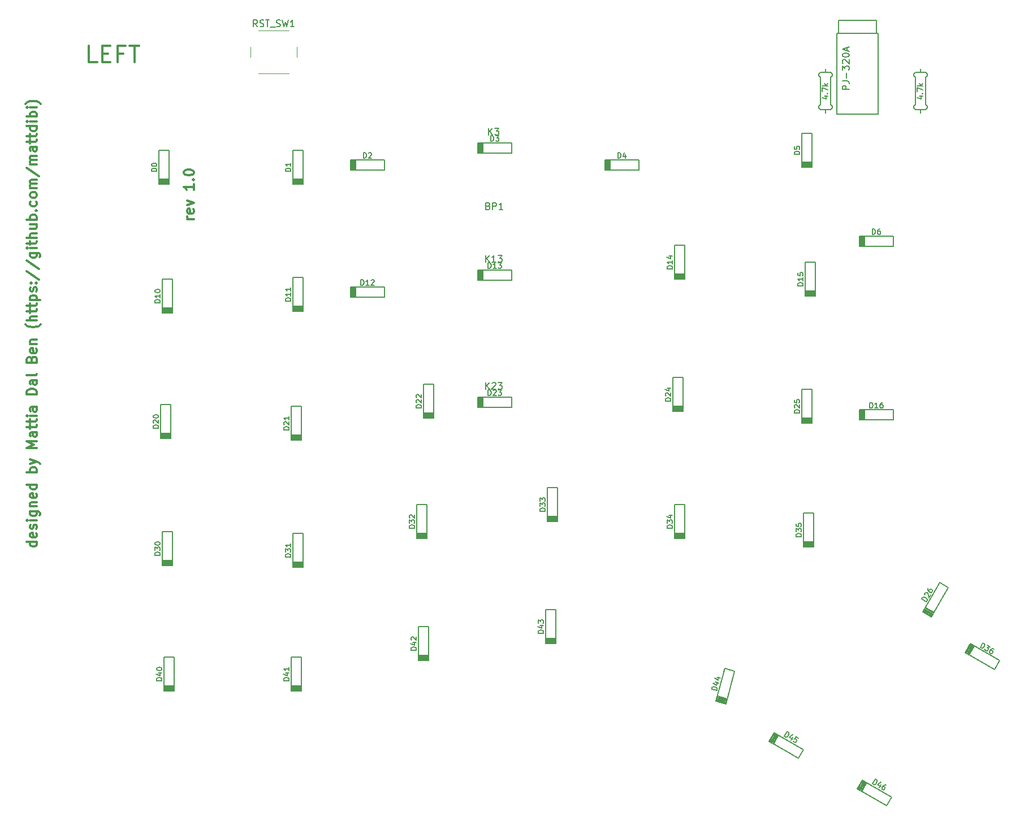
<source format=gto>
G04 #@! TF.GenerationSoftware,KiCad,Pcbnew,(5.1.5)-3*
G04 #@! TF.CreationDate,2020-02-25T19:23:58+01:00*
G04 #@! TF.ProjectId,redox_rev1,7265646f-785f-4726-9576-312e6b696361,1.0*
G04 #@! TF.SameCoordinates,Original*
G04 #@! TF.FileFunction,Legend,Top*
G04 #@! TF.FilePolarity,Positive*
%FSLAX46Y46*%
G04 Gerber Fmt 4.6, Leading zero omitted, Abs format (unit mm)*
G04 Created by KiCad (PCBNEW (5.1.5)-3) date 2020-02-25 19:23:58*
%MOMM*%
%LPD*%
G04 APERTURE LIST*
%ADD10C,0.300000*%
%ADD11C,0.150000*%
%ADD12C,0.120000*%
G04 APERTURE END LIST*
D10*
X106088571Y-78608571D02*
X105088571Y-78608571D01*
X105374285Y-78608571D02*
X105231428Y-78537142D01*
X105160000Y-78465714D01*
X105088571Y-78322857D01*
X105088571Y-78180000D01*
X106017142Y-77108571D02*
X106088571Y-77251428D01*
X106088571Y-77537142D01*
X106017142Y-77680000D01*
X105874285Y-77751428D01*
X105302857Y-77751428D01*
X105160000Y-77680000D01*
X105088571Y-77537142D01*
X105088571Y-77251428D01*
X105160000Y-77108571D01*
X105302857Y-77037142D01*
X105445714Y-77037142D01*
X105588571Y-77751428D01*
X105088571Y-76537142D02*
X106088571Y-76180000D01*
X105088571Y-75822857D01*
X106088571Y-73322857D02*
X106088571Y-74180000D01*
X106088571Y-73751428D02*
X104588571Y-73751428D01*
X104802857Y-73894285D01*
X104945714Y-74037142D01*
X105017142Y-74180000D01*
X105945714Y-72680000D02*
X106017142Y-72608571D01*
X106088571Y-72680000D01*
X106017142Y-72751428D01*
X105945714Y-72680000D01*
X106088571Y-72680000D01*
X104588571Y-71680000D02*
X104588571Y-71537142D01*
X104660000Y-71394285D01*
X104731428Y-71322857D01*
X104874285Y-71251428D01*
X105160000Y-71180000D01*
X105517142Y-71180000D01*
X105802857Y-71251428D01*
X105945714Y-71322857D01*
X106017142Y-71394285D01*
X106088571Y-71537142D01*
X106088571Y-71680000D01*
X106017142Y-71822857D01*
X105945714Y-71894285D01*
X105802857Y-71965714D01*
X105517142Y-72037142D01*
X105160000Y-72037142D01*
X104874285Y-71965714D01*
X104731428Y-71894285D01*
X104660000Y-71822857D01*
X104588571Y-71680000D01*
X82593571Y-126948285D02*
X81093571Y-126948285D01*
X82522142Y-126948285D02*
X82593571Y-127091142D01*
X82593571Y-127376857D01*
X82522142Y-127519714D01*
X82450714Y-127591142D01*
X82307857Y-127662571D01*
X81879285Y-127662571D01*
X81736428Y-127591142D01*
X81665000Y-127519714D01*
X81593571Y-127376857D01*
X81593571Y-127091142D01*
X81665000Y-126948285D01*
X82522142Y-125662571D02*
X82593571Y-125805428D01*
X82593571Y-126091142D01*
X82522142Y-126234000D01*
X82379285Y-126305428D01*
X81807857Y-126305428D01*
X81665000Y-126234000D01*
X81593571Y-126091142D01*
X81593571Y-125805428D01*
X81665000Y-125662571D01*
X81807857Y-125591142D01*
X81950714Y-125591142D01*
X82093571Y-126305428D01*
X82522142Y-125019714D02*
X82593571Y-124876857D01*
X82593571Y-124591142D01*
X82522142Y-124448285D01*
X82379285Y-124376857D01*
X82307857Y-124376857D01*
X82165000Y-124448285D01*
X82093571Y-124591142D01*
X82093571Y-124805428D01*
X82022142Y-124948285D01*
X81879285Y-125019714D01*
X81807857Y-125019714D01*
X81665000Y-124948285D01*
X81593571Y-124805428D01*
X81593571Y-124591142D01*
X81665000Y-124448285D01*
X82593571Y-123734000D02*
X81593571Y-123734000D01*
X81093571Y-123734000D02*
X81165000Y-123805428D01*
X81236428Y-123734000D01*
X81165000Y-123662571D01*
X81093571Y-123734000D01*
X81236428Y-123734000D01*
X81593571Y-122376857D02*
X82807857Y-122376857D01*
X82950714Y-122448285D01*
X83022142Y-122519714D01*
X83093571Y-122662571D01*
X83093571Y-122876857D01*
X83022142Y-123019714D01*
X82522142Y-122376857D02*
X82593571Y-122519714D01*
X82593571Y-122805428D01*
X82522142Y-122948285D01*
X82450714Y-123019714D01*
X82307857Y-123091142D01*
X81879285Y-123091142D01*
X81736428Y-123019714D01*
X81665000Y-122948285D01*
X81593571Y-122805428D01*
X81593571Y-122519714D01*
X81665000Y-122376857D01*
X81593571Y-121662571D02*
X82593571Y-121662571D01*
X81736428Y-121662571D02*
X81665000Y-121591142D01*
X81593571Y-121448285D01*
X81593571Y-121234000D01*
X81665000Y-121091142D01*
X81807857Y-121019714D01*
X82593571Y-121019714D01*
X82522142Y-119734000D02*
X82593571Y-119876857D01*
X82593571Y-120162571D01*
X82522142Y-120305428D01*
X82379285Y-120376857D01*
X81807857Y-120376857D01*
X81665000Y-120305428D01*
X81593571Y-120162571D01*
X81593571Y-119876857D01*
X81665000Y-119734000D01*
X81807857Y-119662571D01*
X81950714Y-119662571D01*
X82093571Y-120376857D01*
X82593571Y-118376857D02*
X81093571Y-118376857D01*
X82522142Y-118376857D02*
X82593571Y-118519714D01*
X82593571Y-118805428D01*
X82522142Y-118948285D01*
X82450714Y-119019714D01*
X82307857Y-119091142D01*
X81879285Y-119091142D01*
X81736428Y-119019714D01*
X81665000Y-118948285D01*
X81593571Y-118805428D01*
X81593571Y-118519714D01*
X81665000Y-118376857D01*
X82593571Y-116519714D02*
X81093571Y-116519714D01*
X81665000Y-116519714D02*
X81593571Y-116376857D01*
X81593571Y-116091142D01*
X81665000Y-115948285D01*
X81736428Y-115876857D01*
X81879285Y-115805428D01*
X82307857Y-115805428D01*
X82450714Y-115876857D01*
X82522142Y-115948285D01*
X82593571Y-116091142D01*
X82593571Y-116376857D01*
X82522142Y-116519714D01*
X81593571Y-115305428D02*
X82593571Y-114948285D01*
X81593571Y-114591142D02*
X82593571Y-114948285D01*
X82950714Y-115091142D01*
X83022142Y-115162571D01*
X83093571Y-115305428D01*
X82593571Y-112876857D02*
X81093571Y-112876857D01*
X82165000Y-112376857D01*
X81093571Y-111876857D01*
X82593571Y-111876857D01*
X82593571Y-110519714D02*
X81807857Y-110519714D01*
X81665000Y-110591142D01*
X81593571Y-110734000D01*
X81593571Y-111019714D01*
X81665000Y-111162571D01*
X82522142Y-110519714D02*
X82593571Y-110662571D01*
X82593571Y-111019714D01*
X82522142Y-111162571D01*
X82379285Y-111234000D01*
X82236428Y-111234000D01*
X82093571Y-111162571D01*
X82022142Y-111019714D01*
X82022142Y-110662571D01*
X81950714Y-110519714D01*
X81593571Y-110019714D02*
X81593571Y-109448285D01*
X81093571Y-109805428D02*
X82379285Y-109805428D01*
X82522142Y-109734000D01*
X82593571Y-109591142D01*
X82593571Y-109448285D01*
X81593571Y-109162571D02*
X81593571Y-108591142D01*
X81093571Y-108948285D02*
X82379285Y-108948285D01*
X82522142Y-108876857D01*
X82593571Y-108734000D01*
X82593571Y-108591142D01*
X82593571Y-108091142D02*
X81593571Y-108091142D01*
X81093571Y-108091142D02*
X81165000Y-108162571D01*
X81236428Y-108091142D01*
X81165000Y-108019714D01*
X81093571Y-108091142D01*
X81236428Y-108091142D01*
X82593571Y-106734000D02*
X81807857Y-106734000D01*
X81665000Y-106805428D01*
X81593571Y-106948285D01*
X81593571Y-107234000D01*
X81665000Y-107376857D01*
X82522142Y-106734000D02*
X82593571Y-106876857D01*
X82593571Y-107234000D01*
X82522142Y-107376857D01*
X82379285Y-107448285D01*
X82236428Y-107448285D01*
X82093571Y-107376857D01*
X82022142Y-107234000D01*
X82022142Y-106876857D01*
X81950714Y-106734000D01*
X82593571Y-104876857D02*
X81093571Y-104876857D01*
X81093571Y-104519714D01*
X81165000Y-104305428D01*
X81307857Y-104162571D01*
X81450714Y-104091142D01*
X81736428Y-104019714D01*
X81950714Y-104019714D01*
X82236428Y-104091142D01*
X82379285Y-104162571D01*
X82522142Y-104305428D01*
X82593571Y-104519714D01*
X82593571Y-104876857D01*
X82593571Y-102734000D02*
X81807857Y-102734000D01*
X81665000Y-102805428D01*
X81593571Y-102948285D01*
X81593571Y-103234000D01*
X81665000Y-103376857D01*
X82522142Y-102734000D02*
X82593571Y-102876857D01*
X82593571Y-103234000D01*
X82522142Y-103376857D01*
X82379285Y-103448285D01*
X82236428Y-103448285D01*
X82093571Y-103376857D01*
X82022142Y-103234000D01*
X82022142Y-102876857D01*
X81950714Y-102734000D01*
X82593571Y-101805428D02*
X82522142Y-101948285D01*
X82379285Y-102019714D01*
X81093571Y-102019714D01*
X81807857Y-99591142D02*
X81879285Y-99376857D01*
X81950714Y-99305428D01*
X82093571Y-99234000D01*
X82307857Y-99234000D01*
X82450714Y-99305428D01*
X82522142Y-99376857D01*
X82593571Y-99519714D01*
X82593571Y-100091142D01*
X81093571Y-100091142D01*
X81093571Y-99591142D01*
X81165000Y-99448285D01*
X81236428Y-99376857D01*
X81379285Y-99305428D01*
X81522142Y-99305428D01*
X81665000Y-99376857D01*
X81736428Y-99448285D01*
X81807857Y-99591142D01*
X81807857Y-100091142D01*
X82522142Y-98019714D02*
X82593571Y-98162571D01*
X82593571Y-98448285D01*
X82522142Y-98591142D01*
X82379285Y-98662571D01*
X81807857Y-98662571D01*
X81665000Y-98591142D01*
X81593571Y-98448285D01*
X81593571Y-98162571D01*
X81665000Y-98019714D01*
X81807857Y-97948285D01*
X81950714Y-97948285D01*
X82093571Y-98662571D01*
X81593571Y-97305428D02*
X82593571Y-97305428D01*
X81736428Y-97305428D02*
X81665000Y-97234000D01*
X81593571Y-97091142D01*
X81593571Y-96876857D01*
X81665000Y-96734000D01*
X81807857Y-96662571D01*
X82593571Y-96662571D01*
X83165000Y-94376857D02*
X83093571Y-94448285D01*
X82879285Y-94591142D01*
X82736428Y-94662571D01*
X82522142Y-94734000D01*
X82165000Y-94805428D01*
X81879285Y-94805428D01*
X81522142Y-94734000D01*
X81307857Y-94662571D01*
X81165000Y-94591142D01*
X80950714Y-94448285D01*
X80879285Y-94376857D01*
X82593571Y-93805428D02*
X81093571Y-93805428D01*
X82593571Y-93162571D02*
X81807857Y-93162571D01*
X81665000Y-93234000D01*
X81593571Y-93376857D01*
X81593571Y-93591142D01*
X81665000Y-93734000D01*
X81736428Y-93805428D01*
X81593571Y-92662571D02*
X81593571Y-92091142D01*
X81093571Y-92448285D02*
X82379285Y-92448285D01*
X82522142Y-92376857D01*
X82593571Y-92234000D01*
X82593571Y-92091142D01*
X81593571Y-91805428D02*
X81593571Y-91234000D01*
X81093571Y-91591142D02*
X82379285Y-91591142D01*
X82522142Y-91519714D01*
X82593571Y-91376857D01*
X82593571Y-91234000D01*
X81593571Y-90734000D02*
X83093571Y-90734000D01*
X81665000Y-90734000D02*
X81593571Y-90591142D01*
X81593571Y-90305428D01*
X81665000Y-90162571D01*
X81736428Y-90091142D01*
X81879285Y-90019714D01*
X82307857Y-90019714D01*
X82450714Y-90091142D01*
X82522142Y-90162571D01*
X82593571Y-90305428D01*
X82593571Y-90591142D01*
X82522142Y-90734000D01*
X82522142Y-89448285D02*
X82593571Y-89305428D01*
X82593571Y-89019714D01*
X82522142Y-88876857D01*
X82379285Y-88805428D01*
X82307857Y-88805428D01*
X82165000Y-88876857D01*
X82093571Y-89019714D01*
X82093571Y-89234000D01*
X82022142Y-89376857D01*
X81879285Y-89448285D01*
X81807857Y-89448285D01*
X81665000Y-89376857D01*
X81593571Y-89234000D01*
X81593571Y-89019714D01*
X81665000Y-88876857D01*
X82450714Y-88162571D02*
X82522142Y-88091142D01*
X82593571Y-88162571D01*
X82522142Y-88234000D01*
X82450714Y-88162571D01*
X82593571Y-88162571D01*
X81665000Y-88162571D02*
X81736428Y-88091142D01*
X81807857Y-88162571D01*
X81736428Y-88234000D01*
X81665000Y-88162571D01*
X81807857Y-88162571D01*
X81022142Y-86376857D02*
X82950714Y-87662571D01*
X81022142Y-84805428D02*
X82950714Y-86091142D01*
X81593571Y-83662571D02*
X82807857Y-83662571D01*
X82950714Y-83733999D01*
X83022142Y-83805428D01*
X83093571Y-83948285D01*
X83093571Y-84162571D01*
X83022142Y-84305428D01*
X82522142Y-83662571D02*
X82593571Y-83805428D01*
X82593571Y-84091142D01*
X82522142Y-84233999D01*
X82450714Y-84305428D01*
X82307857Y-84376857D01*
X81879285Y-84376857D01*
X81736428Y-84305428D01*
X81665000Y-84233999D01*
X81593571Y-84091142D01*
X81593571Y-83805428D01*
X81665000Y-83662571D01*
X82593571Y-82948285D02*
X81593571Y-82948285D01*
X81093571Y-82948285D02*
X81165000Y-83019714D01*
X81236428Y-82948285D01*
X81165000Y-82876857D01*
X81093571Y-82948285D01*
X81236428Y-82948285D01*
X81593571Y-82448285D02*
X81593571Y-81876857D01*
X81093571Y-82233999D02*
X82379285Y-82233999D01*
X82522142Y-82162571D01*
X82593571Y-82019714D01*
X82593571Y-81876857D01*
X82593571Y-81376857D02*
X81093571Y-81376857D01*
X82593571Y-80733999D02*
X81807857Y-80733999D01*
X81665000Y-80805428D01*
X81593571Y-80948285D01*
X81593571Y-81162571D01*
X81665000Y-81305428D01*
X81736428Y-81376857D01*
X81593571Y-79376857D02*
X82593571Y-79376857D01*
X81593571Y-80019714D02*
X82379285Y-80019714D01*
X82522142Y-79948285D01*
X82593571Y-79805428D01*
X82593571Y-79591142D01*
X82522142Y-79448285D01*
X82450714Y-79376857D01*
X82593571Y-78662571D02*
X81093571Y-78662571D01*
X81665000Y-78662571D02*
X81593571Y-78519714D01*
X81593571Y-78233999D01*
X81665000Y-78091142D01*
X81736428Y-78019714D01*
X81879285Y-77948285D01*
X82307857Y-77948285D01*
X82450714Y-78019714D01*
X82522142Y-78091142D01*
X82593571Y-78233999D01*
X82593571Y-78519714D01*
X82522142Y-78662571D01*
X82450714Y-77305428D02*
X82522142Y-77233999D01*
X82593571Y-77305428D01*
X82522142Y-77376857D01*
X82450714Y-77305428D01*
X82593571Y-77305428D01*
X82522142Y-75948285D02*
X82593571Y-76091142D01*
X82593571Y-76376857D01*
X82522142Y-76519714D01*
X82450714Y-76591142D01*
X82307857Y-76662571D01*
X81879285Y-76662571D01*
X81736428Y-76591142D01*
X81665000Y-76519714D01*
X81593571Y-76376857D01*
X81593571Y-76091142D01*
X81665000Y-75948285D01*
X82593571Y-75091142D02*
X82522142Y-75233999D01*
X82450714Y-75305428D01*
X82307857Y-75376857D01*
X81879285Y-75376857D01*
X81736428Y-75305428D01*
X81665000Y-75233999D01*
X81593571Y-75091142D01*
X81593571Y-74876857D01*
X81665000Y-74733999D01*
X81736428Y-74662571D01*
X81879285Y-74591142D01*
X82307857Y-74591142D01*
X82450714Y-74662571D01*
X82522142Y-74733999D01*
X82593571Y-74876857D01*
X82593571Y-75091142D01*
X82593571Y-73948285D02*
X81593571Y-73948285D01*
X81736428Y-73948285D02*
X81665000Y-73876857D01*
X81593571Y-73733999D01*
X81593571Y-73519714D01*
X81665000Y-73376857D01*
X81807857Y-73305428D01*
X82593571Y-73305428D01*
X81807857Y-73305428D02*
X81665000Y-73233999D01*
X81593571Y-73091142D01*
X81593571Y-72876857D01*
X81665000Y-72733999D01*
X81807857Y-72662571D01*
X82593571Y-72662571D01*
X81022142Y-70876857D02*
X82950714Y-72162571D01*
X82593571Y-70376857D02*
X81593571Y-70376857D01*
X81736428Y-70376857D02*
X81665000Y-70305428D01*
X81593571Y-70162571D01*
X81593571Y-69948285D01*
X81665000Y-69805428D01*
X81807857Y-69733999D01*
X82593571Y-69733999D01*
X81807857Y-69733999D02*
X81665000Y-69662571D01*
X81593571Y-69519714D01*
X81593571Y-69305428D01*
X81665000Y-69162571D01*
X81807857Y-69091142D01*
X82593571Y-69091142D01*
X82593571Y-67733999D02*
X81807857Y-67733999D01*
X81665000Y-67805428D01*
X81593571Y-67948285D01*
X81593571Y-68233999D01*
X81665000Y-68376857D01*
X82522142Y-67733999D02*
X82593571Y-67876857D01*
X82593571Y-68233999D01*
X82522142Y-68376857D01*
X82379285Y-68448285D01*
X82236428Y-68448285D01*
X82093571Y-68376857D01*
X82022142Y-68233999D01*
X82022142Y-67876857D01*
X81950714Y-67733999D01*
X81593571Y-67233999D02*
X81593571Y-66662571D01*
X81093571Y-67019714D02*
X82379285Y-67019714D01*
X82522142Y-66948285D01*
X82593571Y-66805428D01*
X82593571Y-66662571D01*
X81593571Y-66376857D02*
X81593571Y-65805428D01*
X81093571Y-66162571D02*
X82379285Y-66162571D01*
X82522142Y-66091142D01*
X82593571Y-65948285D01*
X82593571Y-65805428D01*
X82593571Y-64662571D02*
X81093571Y-64662571D01*
X82522142Y-64662571D02*
X82593571Y-64805428D01*
X82593571Y-65091142D01*
X82522142Y-65233999D01*
X82450714Y-65305428D01*
X82307857Y-65376857D01*
X81879285Y-65376857D01*
X81736428Y-65305428D01*
X81665000Y-65233999D01*
X81593571Y-65091142D01*
X81593571Y-64805428D01*
X81665000Y-64662571D01*
X82593571Y-63948285D02*
X81593571Y-63948285D01*
X81093571Y-63948285D02*
X81165000Y-64019714D01*
X81236428Y-63948285D01*
X81165000Y-63876857D01*
X81093571Y-63948285D01*
X81236428Y-63948285D01*
X82593571Y-63233999D02*
X81093571Y-63233999D01*
X81665000Y-63233999D02*
X81593571Y-63091142D01*
X81593571Y-62805428D01*
X81665000Y-62662571D01*
X81736428Y-62591142D01*
X81879285Y-62519714D01*
X82307857Y-62519714D01*
X82450714Y-62591142D01*
X82522142Y-62662571D01*
X82593571Y-62805428D01*
X82593571Y-63091142D01*
X82522142Y-63233999D01*
X82593571Y-61876857D02*
X81593571Y-61876857D01*
X81093571Y-61876857D02*
X81165000Y-61948285D01*
X81236428Y-61876857D01*
X81165000Y-61805428D01*
X81093571Y-61876857D01*
X81236428Y-61876857D01*
X83165000Y-61305428D02*
X83093571Y-61233999D01*
X82879285Y-61091142D01*
X82736428Y-61019714D01*
X82522142Y-60948285D01*
X82165000Y-60876857D01*
X81879285Y-60876857D01*
X81522142Y-60948285D01*
X81307857Y-61019714D01*
X81165000Y-61091142D01*
X80950714Y-61233999D01*
X80879285Y-61305428D01*
X91599047Y-55105952D02*
X90408571Y-55105952D01*
X90408571Y-52605952D01*
X92432380Y-53796428D02*
X93265714Y-53796428D01*
X93622857Y-55105952D02*
X92432380Y-55105952D01*
X92432380Y-52605952D01*
X93622857Y-52605952D01*
X95527619Y-53796428D02*
X94694285Y-53796428D01*
X94694285Y-55105952D02*
X94694285Y-52605952D01*
X95884761Y-52605952D01*
X96480000Y-52605952D02*
X97908571Y-52605952D01*
X97194285Y-55105952D02*
X97194285Y-52605952D01*
D11*
X100838000Y-72644000D02*
X102362000Y-72644000D01*
X100838000Y-72771000D02*
X102362000Y-72771000D01*
X102362000Y-72898000D02*
X100838000Y-72898000D01*
X100838000Y-73279000D02*
X102362000Y-73279000D01*
X102362000Y-73152000D02*
X100838000Y-73152000D01*
X100838000Y-73025000D02*
X102362000Y-73025000D01*
X100838000Y-68326000D02*
X100838000Y-68834000D01*
X102362000Y-68326000D02*
X100838000Y-68326000D01*
X102362000Y-73406000D02*
X102362000Y-68326000D01*
X100838000Y-73406000D02*
X102362000Y-73406000D01*
X100838000Y-68326000D02*
X100838000Y-73406000D01*
X206502000Y-107188000D02*
X206502000Y-108712000D01*
X206375000Y-107188000D02*
X206375000Y-108712000D01*
X206248000Y-108712000D02*
X206248000Y-107188000D01*
X205867000Y-107188000D02*
X205867000Y-108712000D01*
X205994000Y-108712000D02*
X205994000Y-107188000D01*
X206121000Y-107188000D02*
X206121000Y-108712000D01*
X210820000Y-107188000D02*
X210312000Y-107188000D01*
X210820000Y-108712000D02*
X210820000Y-107188000D01*
X205740000Y-108712000D02*
X210820000Y-108712000D01*
X205740000Y-107188000D02*
X205740000Y-108712000D01*
X210820000Y-107188000D02*
X205740000Y-107188000D01*
X120904000Y-72644000D02*
X122428000Y-72644000D01*
X120904000Y-72771000D02*
X122428000Y-72771000D01*
X122428000Y-72898000D02*
X120904000Y-72898000D01*
X120904000Y-73279000D02*
X122428000Y-73279000D01*
X122428000Y-73152000D02*
X120904000Y-73152000D01*
X120904000Y-73025000D02*
X122428000Y-73025000D01*
X120904000Y-68326000D02*
X120904000Y-68834000D01*
X122428000Y-68326000D02*
X120904000Y-68326000D01*
X122428000Y-73406000D02*
X122428000Y-68326000D01*
X120904000Y-73406000D02*
X122428000Y-73406000D01*
X120904000Y-68326000D02*
X120904000Y-73406000D01*
X130302000Y-69723000D02*
X130302000Y-71247000D01*
X130175000Y-69723000D02*
X130175000Y-71247000D01*
X130048000Y-71247000D02*
X130048000Y-69723000D01*
X129667000Y-69723000D02*
X129667000Y-71247000D01*
X129794000Y-71247000D02*
X129794000Y-69723000D01*
X129921000Y-69723000D02*
X129921000Y-71247000D01*
X134620000Y-69723000D02*
X134112000Y-69723000D01*
X134620000Y-71247000D02*
X134620000Y-69723000D01*
X129540000Y-71247000D02*
X134620000Y-71247000D01*
X129540000Y-69723000D02*
X129540000Y-71247000D01*
X134620000Y-69723000D02*
X129540000Y-69723000D01*
X149352000Y-67183000D02*
X149352000Y-68707000D01*
X149225000Y-67183000D02*
X149225000Y-68707000D01*
X149098000Y-68707000D02*
X149098000Y-67183000D01*
X148717000Y-67183000D02*
X148717000Y-68707000D01*
X148844000Y-68707000D02*
X148844000Y-67183000D01*
X148971000Y-67183000D02*
X148971000Y-68707000D01*
X153670000Y-67183000D02*
X153162000Y-67183000D01*
X153670000Y-68707000D02*
X153670000Y-67183000D01*
X148590000Y-68707000D02*
X153670000Y-68707000D01*
X148590000Y-67183000D02*
X148590000Y-68707000D01*
X153670000Y-67183000D02*
X148590000Y-67183000D01*
X168402000Y-69723000D02*
X168402000Y-71247000D01*
X168275000Y-69723000D02*
X168275000Y-71247000D01*
X168148000Y-71247000D02*
X168148000Y-69723000D01*
X167767000Y-69723000D02*
X167767000Y-71247000D01*
X167894000Y-71247000D02*
X167894000Y-69723000D01*
X168021000Y-69723000D02*
X168021000Y-71247000D01*
X172720000Y-69723000D02*
X172212000Y-69723000D01*
X172720000Y-71247000D02*
X172720000Y-69723000D01*
X167640000Y-71247000D02*
X172720000Y-71247000D01*
X167640000Y-69723000D02*
X167640000Y-71247000D01*
X172720000Y-69723000D02*
X167640000Y-69723000D01*
X197104000Y-70104000D02*
X198628000Y-70104000D01*
X197104000Y-70231000D02*
X198628000Y-70231000D01*
X198628000Y-70358000D02*
X197104000Y-70358000D01*
X197104000Y-70739000D02*
X198628000Y-70739000D01*
X198628000Y-70612000D02*
X197104000Y-70612000D01*
X197104000Y-70485000D02*
X198628000Y-70485000D01*
X197104000Y-65786000D02*
X197104000Y-66294000D01*
X198628000Y-65786000D02*
X197104000Y-65786000D01*
X198628000Y-70866000D02*
X198628000Y-65786000D01*
X197104000Y-70866000D02*
X198628000Y-70866000D01*
X197104000Y-65786000D02*
X197104000Y-70866000D01*
X206502000Y-81153000D02*
X206502000Y-82677000D01*
X206375000Y-81153000D02*
X206375000Y-82677000D01*
X206248000Y-82677000D02*
X206248000Y-81153000D01*
X205867000Y-81153000D02*
X205867000Y-82677000D01*
X205994000Y-82677000D02*
X205994000Y-81153000D01*
X206121000Y-81153000D02*
X206121000Y-82677000D01*
X210820000Y-81153000D02*
X210312000Y-81153000D01*
X210820000Y-82677000D02*
X210820000Y-81153000D01*
X205740000Y-82677000D02*
X210820000Y-82677000D01*
X205740000Y-81153000D02*
X205740000Y-82677000D01*
X210820000Y-81153000D02*
X205740000Y-81153000D01*
X101346000Y-91948000D02*
X102870000Y-91948000D01*
X101346000Y-92075000D02*
X102870000Y-92075000D01*
X102870000Y-92202000D02*
X101346000Y-92202000D01*
X101346000Y-92583000D02*
X102870000Y-92583000D01*
X102870000Y-92456000D02*
X101346000Y-92456000D01*
X101346000Y-92329000D02*
X102870000Y-92329000D01*
X101346000Y-87630000D02*
X101346000Y-88138000D01*
X102870000Y-87630000D02*
X101346000Y-87630000D01*
X102870000Y-92710000D02*
X102870000Y-87630000D01*
X101346000Y-92710000D02*
X102870000Y-92710000D01*
X101346000Y-87630000D02*
X101346000Y-92710000D01*
X120904000Y-91694000D02*
X122428000Y-91694000D01*
X120904000Y-91821000D02*
X122428000Y-91821000D01*
X122428000Y-91948000D02*
X120904000Y-91948000D01*
X120904000Y-92329000D02*
X122428000Y-92329000D01*
X122428000Y-92202000D02*
X120904000Y-92202000D01*
X120904000Y-92075000D02*
X122428000Y-92075000D01*
X120904000Y-87376000D02*
X120904000Y-87884000D01*
X122428000Y-87376000D02*
X120904000Y-87376000D01*
X122428000Y-92456000D02*
X122428000Y-87376000D01*
X120904000Y-92456000D02*
X122428000Y-92456000D01*
X120904000Y-87376000D02*
X120904000Y-92456000D01*
X130302000Y-88773000D02*
X130302000Y-90297000D01*
X130175000Y-88773000D02*
X130175000Y-90297000D01*
X130048000Y-90297000D02*
X130048000Y-88773000D01*
X129667000Y-88773000D02*
X129667000Y-90297000D01*
X129794000Y-90297000D02*
X129794000Y-88773000D01*
X129921000Y-88773000D02*
X129921000Y-90297000D01*
X134620000Y-88773000D02*
X134112000Y-88773000D01*
X134620000Y-90297000D02*
X134620000Y-88773000D01*
X129540000Y-90297000D02*
X134620000Y-90297000D01*
X129540000Y-88773000D02*
X129540000Y-90297000D01*
X134620000Y-88773000D02*
X129540000Y-88773000D01*
X149352000Y-86233000D02*
X149352000Y-87757000D01*
X149225000Y-86233000D02*
X149225000Y-87757000D01*
X149098000Y-87757000D02*
X149098000Y-86233000D01*
X148717000Y-86233000D02*
X148717000Y-87757000D01*
X148844000Y-87757000D02*
X148844000Y-86233000D01*
X148971000Y-86233000D02*
X148971000Y-87757000D01*
X153670000Y-86233000D02*
X153162000Y-86233000D01*
X153670000Y-87757000D02*
X153670000Y-86233000D01*
X148590000Y-87757000D02*
X153670000Y-87757000D01*
X148590000Y-86233000D02*
X148590000Y-87757000D01*
X153670000Y-86233000D02*
X148590000Y-86233000D01*
X178054000Y-86868000D02*
X179578000Y-86868000D01*
X178054000Y-86995000D02*
X179578000Y-86995000D01*
X179578000Y-87122000D02*
X178054000Y-87122000D01*
X178054000Y-87503000D02*
X179578000Y-87503000D01*
X179578000Y-87376000D02*
X178054000Y-87376000D01*
X178054000Y-87249000D02*
X179578000Y-87249000D01*
X178054000Y-82550000D02*
X178054000Y-83058000D01*
X179578000Y-82550000D02*
X178054000Y-82550000D01*
X179578000Y-87630000D02*
X179578000Y-82550000D01*
X178054000Y-87630000D02*
X179578000Y-87630000D01*
X178054000Y-82550000D02*
X178054000Y-87630000D01*
X197612000Y-89408000D02*
X199136000Y-89408000D01*
X197612000Y-89535000D02*
X199136000Y-89535000D01*
X199136000Y-89662000D02*
X197612000Y-89662000D01*
X197612000Y-90043000D02*
X199136000Y-90043000D01*
X199136000Y-89916000D02*
X197612000Y-89916000D01*
X197612000Y-89789000D02*
X199136000Y-89789000D01*
X197612000Y-85090000D02*
X197612000Y-85598000D01*
X199136000Y-85090000D02*
X197612000Y-85090000D01*
X199136000Y-90170000D02*
X199136000Y-85090000D01*
X197612000Y-90170000D02*
X199136000Y-90170000D01*
X197612000Y-85090000D02*
X197612000Y-90170000D01*
X101092000Y-110744000D02*
X102616000Y-110744000D01*
X101092000Y-110871000D02*
X102616000Y-110871000D01*
X102616000Y-110998000D02*
X101092000Y-110998000D01*
X101092000Y-111379000D02*
X102616000Y-111379000D01*
X102616000Y-111252000D02*
X101092000Y-111252000D01*
X101092000Y-111125000D02*
X102616000Y-111125000D01*
X101092000Y-106426000D02*
X101092000Y-106934000D01*
X102616000Y-106426000D02*
X101092000Y-106426000D01*
X102616000Y-111506000D02*
X102616000Y-106426000D01*
X101092000Y-111506000D02*
X102616000Y-111506000D01*
X101092000Y-106426000D02*
X101092000Y-111506000D01*
X120650000Y-110998000D02*
X122174000Y-110998000D01*
X120650000Y-111125000D02*
X122174000Y-111125000D01*
X122174000Y-111252000D02*
X120650000Y-111252000D01*
X120650000Y-111633000D02*
X122174000Y-111633000D01*
X122174000Y-111506000D02*
X120650000Y-111506000D01*
X120650000Y-111379000D02*
X122174000Y-111379000D01*
X120650000Y-106680000D02*
X120650000Y-107188000D01*
X122174000Y-106680000D02*
X120650000Y-106680000D01*
X122174000Y-111760000D02*
X122174000Y-106680000D01*
X120650000Y-111760000D02*
X122174000Y-111760000D01*
X120650000Y-106680000D02*
X120650000Y-111760000D01*
X140462000Y-107696000D02*
X141986000Y-107696000D01*
X140462000Y-107823000D02*
X141986000Y-107823000D01*
X141986000Y-107950000D02*
X140462000Y-107950000D01*
X140462000Y-108331000D02*
X141986000Y-108331000D01*
X141986000Y-108204000D02*
X140462000Y-108204000D01*
X140462000Y-108077000D02*
X141986000Y-108077000D01*
X140462000Y-103378000D02*
X140462000Y-103886000D01*
X141986000Y-103378000D02*
X140462000Y-103378000D01*
X141986000Y-108458000D02*
X141986000Y-103378000D01*
X140462000Y-108458000D02*
X141986000Y-108458000D01*
X140462000Y-103378000D02*
X140462000Y-108458000D01*
X149352000Y-105283000D02*
X149352000Y-106807000D01*
X149225000Y-105283000D02*
X149225000Y-106807000D01*
X149098000Y-106807000D02*
X149098000Y-105283000D01*
X148717000Y-105283000D02*
X148717000Y-106807000D01*
X148844000Y-106807000D02*
X148844000Y-105283000D01*
X148971000Y-105283000D02*
X148971000Y-106807000D01*
X153670000Y-105283000D02*
X153162000Y-105283000D01*
X153670000Y-106807000D02*
X153670000Y-105283000D01*
X148590000Y-106807000D02*
X153670000Y-106807000D01*
X148590000Y-105283000D02*
X148590000Y-106807000D01*
X153670000Y-105283000D02*
X148590000Y-105283000D01*
X177800000Y-106680000D02*
X179324000Y-106680000D01*
X177800000Y-106807000D02*
X179324000Y-106807000D01*
X179324000Y-106934000D02*
X177800000Y-106934000D01*
X177800000Y-107315000D02*
X179324000Y-107315000D01*
X179324000Y-107188000D02*
X177800000Y-107188000D01*
X177800000Y-107061000D02*
X179324000Y-107061000D01*
X177800000Y-102362000D02*
X177800000Y-102870000D01*
X179324000Y-102362000D02*
X177800000Y-102362000D01*
X179324000Y-107442000D02*
X179324000Y-102362000D01*
X177800000Y-107442000D02*
X179324000Y-107442000D01*
X177800000Y-102362000D02*
X177800000Y-107442000D01*
X197104000Y-108458000D02*
X198628000Y-108458000D01*
X197104000Y-108585000D02*
X198628000Y-108585000D01*
X198628000Y-108712000D02*
X197104000Y-108712000D01*
X197104000Y-109093000D02*
X198628000Y-109093000D01*
X198628000Y-108966000D02*
X197104000Y-108966000D01*
X197104000Y-108839000D02*
X198628000Y-108839000D01*
X197104000Y-104140000D02*
X197104000Y-104648000D01*
X198628000Y-104140000D02*
X197104000Y-104140000D01*
X198628000Y-109220000D02*
X198628000Y-104140000D01*
X197104000Y-109220000D02*
X198628000Y-109220000D01*
X197104000Y-104140000D02*
X197104000Y-109220000D01*
X215621089Y-136794793D02*
X216940911Y-137556793D01*
X215557589Y-136904778D02*
X216877411Y-137666778D01*
X216813911Y-137776764D02*
X215494089Y-137014764D01*
X215303589Y-137344719D02*
X216623411Y-138106719D01*
X216686911Y-137996734D02*
X215367089Y-137234734D01*
X215430589Y-137124749D02*
X216750411Y-137886749D01*
X217780089Y-133055295D02*
X217526089Y-133495236D01*
X219099911Y-133817295D02*
X217780089Y-133055295D01*
X216559911Y-138216705D02*
X219099911Y-133817295D01*
X215240089Y-137454705D02*
X216559911Y-138216705D01*
X217780089Y-133055295D02*
X215240089Y-137454705D01*
X101346000Y-129794000D02*
X102870000Y-129794000D01*
X101346000Y-129921000D02*
X102870000Y-129921000D01*
X102870000Y-130048000D02*
X101346000Y-130048000D01*
X101346000Y-130429000D02*
X102870000Y-130429000D01*
X102870000Y-130302000D02*
X101346000Y-130302000D01*
X101346000Y-130175000D02*
X102870000Y-130175000D01*
X101346000Y-125476000D02*
X101346000Y-125984000D01*
X102870000Y-125476000D02*
X101346000Y-125476000D01*
X102870000Y-130556000D02*
X102870000Y-125476000D01*
X101346000Y-130556000D02*
X102870000Y-130556000D01*
X101346000Y-125476000D02*
X101346000Y-130556000D01*
X120904000Y-130048000D02*
X122428000Y-130048000D01*
X120904000Y-130175000D02*
X122428000Y-130175000D01*
X122428000Y-130302000D02*
X120904000Y-130302000D01*
X120904000Y-130683000D02*
X122428000Y-130683000D01*
X122428000Y-130556000D02*
X120904000Y-130556000D01*
X120904000Y-130429000D02*
X122428000Y-130429000D01*
X120904000Y-125730000D02*
X120904000Y-126238000D01*
X122428000Y-125730000D02*
X120904000Y-125730000D01*
X122428000Y-130810000D02*
X122428000Y-125730000D01*
X120904000Y-130810000D02*
X122428000Y-130810000D01*
X120904000Y-125730000D02*
X120904000Y-130810000D01*
X139446000Y-125730000D02*
X140970000Y-125730000D01*
X139446000Y-125857000D02*
X140970000Y-125857000D01*
X140970000Y-125984000D02*
X139446000Y-125984000D01*
X139446000Y-126365000D02*
X140970000Y-126365000D01*
X140970000Y-126238000D02*
X139446000Y-126238000D01*
X139446000Y-126111000D02*
X140970000Y-126111000D01*
X139446000Y-121412000D02*
X139446000Y-121920000D01*
X140970000Y-121412000D02*
X139446000Y-121412000D01*
X140970000Y-126492000D02*
X140970000Y-121412000D01*
X139446000Y-126492000D02*
X140970000Y-126492000D01*
X139446000Y-121412000D02*
X139446000Y-126492000D01*
X159004000Y-123190000D02*
X160528000Y-123190000D01*
X159004000Y-123317000D02*
X160528000Y-123317000D01*
X160528000Y-123444000D02*
X159004000Y-123444000D01*
X159004000Y-123825000D02*
X160528000Y-123825000D01*
X160528000Y-123698000D02*
X159004000Y-123698000D01*
X159004000Y-123571000D02*
X160528000Y-123571000D01*
X159004000Y-118872000D02*
X159004000Y-119380000D01*
X160528000Y-118872000D02*
X159004000Y-118872000D01*
X160528000Y-123952000D02*
X160528000Y-118872000D01*
X159004000Y-123952000D02*
X160528000Y-123952000D01*
X159004000Y-118872000D02*
X159004000Y-123952000D01*
X178054000Y-125730000D02*
X179578000Y-125730000D01*
X178054000Y-125857000D02*
X179578000Y-125857000D01*
X179578000Y-125984000D02*
X178054000Y-125984000D01*
X178054000Y-126365000D02*
X179578000Y-126365000D01*
X179578000Y-126238000D02*
X178054000Y-126238000D01*
X178054000Y-126111000D02*
X179578000Y-126111000D01*
X178054000Y-121412000D02*
X178054000Y-121920000D01*
X179578000Y-121412000D02*
X178054000Y-121412000D01*
X179578000Y-126492000D02*
X179578000Y-121412000D01*
X178054000Y-126492000D02*
X179578000Y-126492000D01*
X178054000Y-121412000D02*
X178054000Y-126492000D01*
X197358000Y-127000000D02*
X198882000Y-127000000D01*
X197358000Y-127127000D02*
X198882000Y-127127000D01*
X198882000Y-127254000D02*
X197358000Y-127254000D01*
X197358000Y-127635000D02*
X198882000Y-127635000D01*
X198882000Y-127508000D02*
X197358000Y-127508000D01*
X197358000Y-127381000D02*
X198882000Y-127381000D01*
X197358000Y-122682000D02*
X197358000Y-123190000D01*
X198882000Y-122682000D02*
X197358000Y-122682000D01*
X198882000Y-127762000D02*
X198882000Y-122682000D01*
X197358000Y-127762000D02*
X198882000Y-127762000D01*
X197358000Y-122682000D02*
X197358000Y-127762000D01*
X222996207Y-142596089D02*
X222234207Y-143915911D01*
X222886222Y-142532589D02*
X222124222Y-143852411D01*
X222014236Y-143788911D02*
X222776236Y-142469089D01*
X222446281Y-142278589D02*
X221684281Y-143598411D01*
X221794266Y-143661911D02*
X222556266Y-142342089D01*
X222666251Y-142405589D02*
X221904251Y-143725411D01*
X226735705Y-144755089D02*
X226295764Y-144501089D01*
X225973705Y-146074911D02*
X226735705Y-144755089D01*
X221574295Y-143534911D02*
X225973705Y-146074911D01*
X222336295Y-142215089D02*
X221574295Y-143534911D01*
X226735705Y-144755089D02*
X222336295Y-142215089D01*
X101600000Y-148590000D02*
X103124000Y-148590000D01*
X101600000Y-148717000D02*
X103124000Y-148717000D01*
X103124000Y-148844000D02*
X101600000Y-148844000D01*
X101600000Y-149225000D02*
X103124000Y-149225000D01*
X103124000Y-149098000D02*
X101600000Y-149098000D01*
X101600000Y-148971000D02*
X103124000Y-148971000D01*
X101600000Y-144272000D02*
X101600000Y-144780000D01*
X103124000Y-144272000D02*
X101600000Y-144272000D01*
X103124000Y-149352000D02*
X103124000Y-144272000D01*
X101600000Y-149352000D02*
X103124000Y-149352000D01*
X101600000Y-144272000D02*
X101600000Y-149352000D01*
X120650000Y-148590000D02*
X122174000Y-148590000D01*
X120650000Y-148717000D02*
X122174000Y-148717000D01*
X122174000Y-148844000D02*
X120650000Y-148844000D01*
X120650000Y-149225000D02*
X122174000Y-149225000D01*
X122174000Y-149098000D02*
X120650000Y-149098000D01*
X120650000Y-148971000D02*
X122174000Y-148971000D01*
X120650000Y-144272000D02*
X120650000Y-144780000D01*
X122174000Y-144272000D02*
X120650000Y-144272000D01*
X122174000Y-149352000D02*
X122174000Y-144272000D01*
X120650000Y-149352000D02*
X122174000Y-149352000D01*
X120650000Y-144272000D02*
X120650000Y-149352000D01*
X139700000Y-144018000D02*
X141224000Y-144018000D01*
X139700000Y-144145000D02*
X141224000Y-144145000D01*
X141224000Y-144272000D02*
X139700000Y-144272000D01*
X139700000Y-144653000D02*
X141224000Y-144653000D01*
X141224000Y-144526000D02*
X139700000Y-144526000D01*
X139700000Y-144399000D02*
X141224000Y-144399000D01*
X139700000Y-139700000D02*
X139700000Y-140208000D01*
X141224000Y-139700000D02*
X139700000Y-139700000D01*
X141224000Y-144780000D02*
X141224000Y-139700000D01*
X139700000Y-144780000D02*
X141224000Y-144780000D01*
X139700000Y-139700000D02*
X139700000Y-144780000D01*
X158750000Y-141478000D02*
X160274000Y-141478000D01*
X158750000Y-141605000D02*
X160274000Y-141605000D01*
X160274000Y-141732000D02*
X158750000Y-141732000D01*
X158750000Y-142113000D02*
X160274000Y-142113000D01*
X160274000Y-141986000D02*
X158750000Y-141986000D01*
X158750000Y-141859000D02*
X160274000Y-141859000D01*
X158750000Y-137160000D02*
X158750000Y-137668000D01*
X160274000Y-137160000D02*
X158750000Y-137160000D01*
X160274000Y-142240000D02*
X160274000Y-137160000D01*
X158750000Y-142240000D02*
X160274000Y-142240000D01*
X158750000Y-137160000D02*
X158750000Y-142240000D01*
X184477784Y-150110196D02*
X185949855Y-150504636D01*
X184444914Y-150232869D02*
X185916985Y-150627309D01*
X185884115Y-150749981D02*
X184412044Y-150355541D01*
X184313434Y-150723559D02*
X185785505Y-151117999D01*
X185818375Y-150995327D02*
X184346304Y-150600886D01*
X184379174Y-150478214D02*
X185851245Y-150872654D01*
X185595365Y-145939328D02*
X185463885Y-146430019D01*
X187067436Y-146333769D02*
X185595365Y-145939328D01*
X185752635Y-151240672D02*
X187067436Y-146333769D01*
X184280564Y-150846231D02*
X185752635Y-151240672D01*
X185595365Y-145939328D02*
X184280564Y-150846231D01*
X193659207Y-155931089D02*
X192897207Y-157250911D01*
X193549222Y-155867589D02*
X192787222Y-157187411D01*
X192677236Y-157123911D02*
X193439236Y-155804089D01*
X193109281Y-155613589D02*
X192347281Y-156933411D01*
X192457266Y-156996911D02*
X193219266Y-155677089D01*
X193329251Y-155740589D02*
X192567251Y-157060411D01*
X197398705Y-158090089D02*
X196958764Y-157836089D01*
X196636705Y-159409911D02*
X197398705Y-158090089D01*
X192237295Y-156869911D02*
X196636705Y-159409911D01*
X192999295Y-155550089D02*
X192237295Y-156869911D01*
X197398705Y-158090089D02*
X192999295Y-155550089D01*
X206867207Y-163043089D02*
X206105207Y-164362911D01*
X206757222Y-162979589D02*
X205995222Y-164299411D01*
X205885236Y-164235911D02*
X206647236Y-162916089D01*
X206317281Y-162725589D02*
X205555281Y-164045411D01*
X205665266Y-164108911D02*
X206427266Y-162789089D01*
X206537251Y-162852589D02*
X205775251Y-164172411D01*
X210606705Y-165202089D02*
X210166764Y-164948089D01*
X209844705Y-166521911D02*
X210606705Y-165202089D01*
X205445295Y-163981911D02*
X209844705Y-166521911D01*
X206207295Y-162662089D02*
X205445295Y-163981911D01*
X210606705Y-165202089D02*
X206207295Y-162662089D01*
X200660000Y-56642000D02*
X200660000Y-56134000D01*
X200660000Y-62738000D02*
X200660000Y-62230000D01*
X201422000Y-62230000D02*
X199898000Y-62230000D01*
X201676000Y-61976000D02*
X201422000Y-62230000D01*
X201676000Y-61722000D02*
X201676000Y-61976000D01*
X201422000Y-61468000D02*
X201676000Y-61722000D01*
X201422000Y-57404000D02*
X201422000Y-61468000D01*
X201676000Y-57150000D02*
X201422000Y-57404000D01*
X201676000Y-56896000D02*
X201676000Y-57150000D01*
X201422000Y-56642000D02*
X201676000Y-56896000D01*
X199898000Y-56642000D02*
X201422000Y-56642000D01*
X199644000Y-56896000D02*
X199898000Y-56642000D01*
X199644000Y-57150000D02*
X199644000Y-56896000D01*
X199898000Y-57404000D02*
X199644000Y-57150000D01*
X199898000Y-61468000D02*
X199898000Y-57404000D01*
X199644000Y-61722000D02*
X199898000Y-61468000D01*
X199644000Y-61976000D02*
X199644000Y-61722000D01*
X199898000Y-62230000D02*
X199644000Y-61976000D01*
X214884000Y-56642000D02*
X214884000Y-56134000D01*
X214884000Y-62738000D02*
X214884000Y-62230000D01*
X215646000Y-62230000D02*
X214122000Y-62230000D01*
X215900000Y-61976000D02*
X215646000Y-62230000D01*
X215900000Y-61722000D02*
X215900000Y-61976000D01*
X215646000Y-61468000D02*
X215900000Y-61722000D01*
X215646000Y-57404000D02*
X215646000Y-61468000D01*
X215900000Y-57150000D02*
X215646000Y-57404000D01*
X215900000Y-56896000D02*
X215900000Y-57150000D01*
X215646000Y-56642000D02*
X215900000Y-56896000D01*
X214122000Y-56642000D02*
X215646000Y-56642000D01*
X213868000Y-56896000D02*
X214122000Y-56642000D01*
X213868000Y-57150000D02*
X213868000Y-56896000D01*
X214122000Y-57404000D02*
X213868000Y-57150000D01*
X214122000Y-61468000D02*
X214122000Y-57404000D01*
X213868000Y-61722000D02*
X214122000Y-61468000D01*
X213868000Y-61976000D02*
X213868000Y-61722000D01*
X214122000Y-62230000D02*
X213868000Y-61976000D01*
D12*
X115808000Y-56808000D02*
X120308000Y-56808000D01*
X114558000Y-52808000D02*
X114558000Y-54308000D01*
X120308000Y-50308000D02*
X115808000Y-50308000D01*
X121558000Y-54308000D02*
X121558000Y-52808000D01*
D11*
X208272000Y-48800000D02*
X202672000Y-48800000D01*
X202672000Y-50800000D02*
X202672000Y-48800000D01*
X208272000Y-50800000D02*
X208272000Y-48800000D01*
X202422000Y-50800000D02*
X202422000Y-62900000D01*
X208522000Y-50800000D02*
X208522000Y-62900000D01*
X208522000Y-62900000D02*
X202422000Y-62900000D01*
X208522000Y-50800000D02*
X202422000Y-50800000D01*
X100561904Y-71431076D02*
X99761904Y-71431076D01*
X99761904Y-71240600D01*
X99800000Y-71126314D01*
X99876190Y-71050123D01*
X99952380Y-71012028D01*
X100104761Y-70973933D01*
X100219047Y-70973933D01*
X100371428Y-71012028D01*
X100447619Y-71050123D01*
X100523809Y-71126314D01*
X100561904Y-71240600D01*
X100561904Y-71431076D01*
X99761904Y-70478695D02*
X99761904Y-70402504D01*
X99800000Y-70326314D01*
X99838095Y-70288219D01*
X99914285Y-70250123D01*
X100066666Y-70212028D01*
X100257142Y-70212028D01*
X100409523Y-70250123D01*
X100485714Y-70288219D01*
X100523809Y-70326314D01*
X100561904Y-70402504D01*
X100561904Y-70478695D01*
X100523809Y-70554885D01*
X100485714Y-70592980D01*
X100409523Y-70631076D01*
X100257142Y-70669171D01*
X100066666Y-70669171D01*
X99914285Y-70631076D01*
X99838095Y-70592980D01*
X99800000Y-70554885D01*
X99761904Y-70478695D01*
X207333971Y-106911904D02*
X207333971Y-106111904D01*
X207524447Y-106111904D01*
X207638733Y-106150000D01*
X207714923Y-106226190D01*
X207753019Y-106302380D01*
X207791114Y-106454761D01*
X207791114Y-106569047D01*
X207753019Y-106721428D01*
X207714923Y-106797619D01*
X207638733Y-106873809D01*
X207524447Y-106911904D01*
X207333971Y-106911904D01*
X208553019Y-106911904D02*
X208095876Y-106911904D01*
X208324447Y-106911904D02*
X208324447Y-106111904D01*
X208248257Y-106226190D01*
X208172066Y-106302380D01*
X208095876Y-106340476D01*
X209238733Y-106111904D02*
X209086352Y-106111904D01*
X209010161Y-106150000D01*
X208972066Y-106188095D01*
X208895876Y-106302380D01*
X208857780Y-106454761D01*
X208857780Y-106759523D01*
X208895876Y-106835714D01*
X208933971Y-106873809D01*
X209010161Y-106911904D01*
X209162542Y-106911904D01*
X209238733Y-106873809D01*
X209276828Y-106835714D01*
X209314923Y-106759523D01*
X209314923Y-106569047D01*
X209276828Y-106492857D01*
X209238733Y-106454761D01*
X209162542Y-106416666D01*
X209010161Y-106416666D01*
X208933971Y-106454761D01*
X208895876Y-106492857D01*
X208857780Y-106569047D01*
X149788714Y-85034380D02*
X149788714Y-84034380D01*
X150360142Y-85034380D02*
X149931571Y-84462952D01*
X150360142Y-84034380D02*
X149788714Y-84605809D01*
X151312523Y-85034380D02*
X150741095Y-85034380D01*
X151026809Y-85034380D02*
X151026809Y-84034380D01*
X150931571Y-84177238D01*
X150836333Y-84272476D01*
X150741095Y-84320095D01*
X151645857Y-84034380D02*
X152264904Y-84034380D01*
X151931571Y-84415333D01*
X152074428Y-84415333D01*
X152169666Y-84462952D01*
X152217285Y-84510571D01*
X152264904Y-84605809D01*
X152264904Y-84843904D01*
X152217285Y-84939142D01*
X152169666Y-84986761D01*
X152074428Y-85034380D01*
X151788714Y-85034380D01*
X151693476Y-84986761D01*
X151645857Y-84939142D01*
X150179238Y-76628571D02*
X150322095Y-76676190D01*
X150369714Y-76723809D01*
X150417333Y-76819047D01*
X150417333Y-76961904D01*
X150369714Y-77057142D01*
X150322095Y-77104761D01*
X150226857Y-77152380D01*
X149845904Y-77152380D01*
X149845904Y-76152380D01*
X150179238Y-76152380D01*
X150274476Y-76200000D01*
X150322095Y-76247619D01*
X150369714Y-76342857D01*
X150369714Y-76438095D01*
X150322095Y-76533333D01*
X150274476Y-76580952D01*
X150179238Y-76628571D01*
X149845904Y-76628571D01*
X150845904Y-77152380D02*
X150845904Y-76152380D01*
X151226857Y-76152380D01*
X151322095Y-76200000D01*
X151369714Y-76247619D01*
X151417333Y-76342857D01*
X151417333Y-76485714D01*
X151369714Y-76580952D01*
X151322095Y-76628571D01*
X151226857Y-76676190D01*
X150845904Y-76676190D01*
X152369714Y-77152380D02*
X151798285Y-77152380D01*
X152084000Y-77152380D02*
X152084000Y-76152380D01*
X151988761Y-76295238D01*
X151893523Y-76390476D01*
X151798285Y-76438095D01*
X150264904Y-65984380D02*
X150264904Y-64984380D01*
X150836333Y-65984380D02*
X150407761Y-65412952D01*
X150836333Y-64984380D02*
X150264904Y-65555809D01*
X151169666Y-64984380D02*
X151788714Y-64984380D01*
X151455380Y-65365333D01*
X151598238Y-65365333D01*
X151693476Y-65412952D01*
X151741095Y-65460571D01*
X151788714Y-65555809D01*
X151788714Y-65793904D01*
X151741095Y-65889142D01*
X151693476Y-65936761D01*
X151598238Y-65984380D01*
X151312523Y-65984380D01*
X151217285Y-65936761D01*
X151169666Y-65889142D01*
X149788714Y-104084380D02*
X149788714Y-103084380D01*
X150360142Y-104084380D02*
X149931571Y-103512952D01*
X150360142Y-103084380D02*
X149788714Y-103655809D01*
X150741095Y-103179619D02*
X150788714Y-103132000D01*
X150883952Y-103084380D01*
X151122047Y-103084380D01*
X151217285Y-103132000D01*
X151264904Y-103179619D01*
X151312523Y-103274857D01*
X151312523Y-103370095D01*
X151264904Y-103512952D01*
X150693476Y-104084380D01*
X151312523Y-104084380D01*
X151645857Y-103084380D02*
X152264904Y-103084380D01*
X151931571Y-103465333D01*
X152074428Y-103465333D01*
X152169666Y-103512952D01*
X152217285Y-103560571D01*
X152264904Y-103655809D01*
X152264904Y-103893904D01*
X152217285Y-103989142D01*
X152169666Y-104036761D01*
X152074428Y-104084380D01*
X151788714Y-104084380D01*
X151693476Y-104036761D01*
X151645857Y-103989142D01*
X120627904Y-71431076D02*
X119827904Y-71431076D01*
X119827904Y-71240600D01*
X119866000Y-71126314D01*
X119942190Y-71050123D01*
X120018380Y-71012028D01*
X120170761Y-70973933D01*
X120285047Y-70973933D01*
X120437428Y-71012028D01*
X120513619Y-71050123D01*
X120589809Y-71126314D01*
X120627904Y-71240600D01*
X120627904Y-71431076D01*
X120627904Y-70212028D02*
X120627904Y-70669171D01*
X120627904Y-70440600D02*
X119827904Y-70440600D01*
X119942190Y-70516790D01*
X120018380Y-70592980D01*
X120056476Y-70669171D01*
X131514923Y-69446904D02*
X131514923Y-68646904D01*
X131705400Y-68646904D01*
X131819685Y-68685000D01*
X131895876Y-68761190D01*
X131933971Y-68837380D01*
X131972066Y-68989761D01*
X131972066Y-69104047D01*
X131933971Y-69256428D01*
X131895876Y-69332619D01*
X131819685Y-69408809D01*
X131705400Y-69446904D01*
X131514923Y-69446904D01*
X132276828Y-68723095D02*
X132314923Y-68685000D01*
X132391114Y-68646904D01*
X132581590Y-68646904D01*
X132657780Y-68685000D01*
X132695876Y-68723095D01*
X132733971Y-68799285D01*
X132733971Y-68875476D01*
X132695876Y-68989761D01*
X132238733Y-69446904D01*
X132733971Y-69446904D01*
X150564923Y-66906904D02*
X150564923Y-66106904D01*
X150755400Y-66106904D01*
X150869685Y-66145000D01*
X150945876Y-66221190D01*
X150983971Y-66297380D01*
X151022066Y-66449761D01*
X151022066Y-66564047D01*
X150983971Y-66716428D01*
X150945876Y-66792619D01*
X150869685Y-66868809D01*
X150755400Y-66906904D01*
X150564923Y-66906904D01*
X151288733Y-66106904D02*
X151783971Y-66106904D01*
X151517304Y-66411666D01*
X151631590Y-66411666D01*
X151707780Y-66449761D01*
X151745876Y-66487857D01*
X151783971Y-66564047D01*
X151783971Y-66754523D01*
X151745876Y-66830714D01*
X151707780Y-66868809D01*
X151631590Y-66906904D01*
X151403019Y-66906904D01*
X151326828Y-66868809D01*
X151288733Y-66830714D01*
X169614923Y-69446904D02*
X169614923Y-68646904D01*
X169805400Y-68646904D01*
X169919685Y-68685000D01*
X169995876Y-68761190D01*
X170033971Y-68837380D01*
X170072066Y-68989761D01*
X170072066Y-69104047D01*
X170033971Y-69256428D01*
X169995876Y-69332619D01*
X169919685Y-69408809D01*
X169805400Y-69446904D01*
X169614923Y-69446904D01*
X170757780Y-68913571D02*
X170757780Y-69446904D01*
X170567304Y-68608809D02*
X170376828Y-69180238D01*
X170872066Y-69180238D01*
X196827904Y-68891076D02*
X196027904Y-68891076D01*
X196027904Y-68700600D01*
X196066000Y-68586314D01*
X196142190Y-68510123D01*
X196218380Y-68472028D01*
X196370761Y-68433933D01*
X196485047Y-68433933D01*
X196637428Y-68472028D01*
X196713619Y-68510123D01*
X196789809Y-68586314D01*
X196827904Y-68700600D01*
X196827904Y-68891076D01*
X196027904Y-67710123D02*
X196027904Y-68091076D01*
X196408857Y-68129171D01*
X196370761Y-68091076D01*
X196332666Y-68014885D01*
X196332666Y-67824409D01*
X196370761Y-67748219D01*
X196408857Y-67710123D01*
X196485047Y-67672028D01*
X196675523Y-67672028D01*
X196751714Y-67710123D01*
X196789809Y-67748219D01*
X196827904Y-67824409D01*
X196827904Y-68014885D01*
X196789809Y-68091076D01*
X196751714Y-68129171D01*
X207714923Y-80876904D02*
X207714923Y-80076904D01*
X207905400Y-80076904D01*
X208019685Y-80115000D01*
X208095876Y-80191190D01*
X208133971Y-80267380D01*
X208172066Y-80419761D01*
X208172066Y-80534047D01*
X208133971Y-80686428D01*
X208095876Y-80762619D01*
X208019685Y-80838809D01*
X207905400Y-80876904D01*
X207714923Y-80876904D01*
X208857780Y-80076904D02*
X208705400Y-80076904D01*
X208629209Y-80115000D01*
X208591114Y-80153095D01*
X208514923Y-80267380D01*
X208476828Y-80419761D01*
X208476828Y-80724523D01*
X208514923Y-80800714D01*
X208553019Y-80838809D01*
X208629209Y-80876904D01*
X208781590Y-80876904D01*
X208857780Y-80838809D01*
X208895876Y-80800714D01*
X208933971Y-80724523D01*
X208933971Y-80534047D01*
X208895876Y-80457857D01*
X208857780Y-80419761D01*
X208781590Y-80381666D01*
X208629209Y-80381666D01*
X208553019Y-80419761D01*
X208514923Y-80457857D01*
X208476828Y-80534047D01*
X101069904Y-91116028D02*
X100269904Y-91116028D01*
X100269904Y-90925552D01*
X100308000Y-90811266D01*
X100384190Y-90735076D01*
X100460380Y-90696980D01*
X100612761Y-90658885D01*
X100727047Y-90658885D01*
X100879428Y-90696980D01*
X100955619Y-90735076D01*
X101031809Y-90811266D01*
X101069904Y-90925552D01*
X101069904Y-91116028D01*
X101069904Y-89896980D02*
X101069904Y-90354123D01*
X101069904Y-90125552D02*
X100269904Y-90125552D01*
X100384190Y-90201742D01*
X100460380Y-90277933D01*
X100498476Y-90354123D01*
X100269904Y-89401742D02*
X100269904Y-89325552D01*
X100308000Y-89249361D01*
X100346095Y-89211266D01*
X100422285Y-89173171D01*
X100574666Y-89135076D01*
X100765142Y-89135076D01*
X100917523Y-89173171D01*
X100993714Y-89211266D01*
X101031809Y-89249361D01*
X101069904Y-89325552D01*
X101069904Y-89401742D01*
X101031809Y-89477933D01*
X100993714Y-89516028D01*
X100917523Y-89554123D01*
X100765142Y-89592219D01*
X100574666Y-89592219D01*
X100422285Y-89554123D01*
X100346095Y-89516028D01*
X100308000Y-89477933D01*
X100269904Y-89401742D01*
X120627904Y-90862028D02*
X119827904Y-90862028D01*
X119827904Y-90671552D01*
X119866000Y-90557266D01*
X119942190Y-90481076D01*
X120018380Y-90442980D01*
X120170761Y-90404885D01*
X120285047Y-90404885D01*
X120437428Y-90442980D01*
X120513619Y-90481076D01*
X120589809Y-90557266D01*
X120627904Y-90671552D01*
X120627904Y-90862028D01*
X120627904Y-89642980D02*
X120627904Y-90100123D01*
X120627904Y-89871552D02*
X119827904Y-89871552D01*
X119942190Y-89947742D01*
X120018380Y-90023933D01*
X120056476Y-90100123D01*
X120627904Y-88881076D02*
X120627904Y-89338219D01*
X120627904Y-89109647D02*
X119827904Y-89109647D01*
X119942190Y-89185838D01*
X120018380Y-89262028D01*
X120056476Y-89338219D01*
X131133971Y-88496904D02*
X131133971Y-87696904D01*
X131324447Y-87696904D01*
X131438733Y-87735000D01*
X131514923Y-87811190D01*
X131553019Y-87887380D01*
X131591114Y-88039761D01*
X131591114Y-88154047D01*
X131553019Y-88306428D01*
X131514923Y-88382619D01*
X131438733Y-88458809D01*
X131324447Y-88496904D01*
X131133971Y-88496904D01*
X132353019Y-88496904D02*
X131895876Y-88496904D01*
X132124447Y-88496904D02*
X132124447Y-87696904D01*
X132048257Y-87811190D01*
X131972066Y-87887380D01*
X131895876Y-87925476D01*
X132657780Y-87773095D02*
X132695876Y-87735000D01*
X132772066Y-87696904D01*
X132962542Y-87696904D01*
X133038733Y-87735000D01*
X133076828Y-87773095D01*
X133114923Y-87849285D01*
X133114923Y-87925476D01*
X133076828Y-88039761D01*
X132619685Y-88496904D01*
X133114923Y-88496904D01*
X150183971Y-85956904D02*
X150183971Y-85156904D01*
X150374447Y-85156904D01*
X150488733Y-85195000D01*
X150564923Y-85271190D01*
X150603019Y-85347380D01*
X150641114Y-85499761D01*
X150641114Y-85614047D01*
X150603019Y-85766428D01*
X150564923Y-85842619D01*
X150488733Y-85918809D01*
X150374447Y-85956904D01*
X150183971Y-85956904D01*
X151403019Y-85956904D02*
X150945876Y-85956904D01*
X151174447Y-85956904D02*
X151174447Y-85156904D01*
X151098257Y-85271190D01*
X151022066Y-85347380D01*
X150945876Y-85385476D01*
X151669685Y-85156904D02*
X152164923Y-85156904D01*
X151898257Y-85461666D01*
X152012542Y-85461666D01*
X152088733Y-85499761D01*
X152126828Y-85537857D01*
X152164923Y-85614047D01*
X152164923Y-85804523D01*
X152126828Y-85880714D01*
X152088733Y-85918809D01*
X152012542Y-85956904D01*
X151783971Y-85956904D01*
X151707780Y-85918809D01*
X151669685Y-85880714D01*
X177777904Y-86036028D02*
X176977904Y-86036028D01*
X176977904Y-85845552D01*
X177016000Y-85731266D01*
X177092190Y-85655076D01*
X177168380Y-85616980D01*
X177320761Y-85578885D01*
X177435047Y-85578885D01*
X177587428Y-85616980D01*
X177663619Y-85655076D01*
X177739809Y-85731266D01*
X177777904Y-85845552D01*
X177777904Y-86036028D01*
X177777904Y-84816980D02*
X177777904Y-85274123D01*
X177777904Y-85045552D02*
X176977904Y-85045552D01*
X177092190Y-85121742D01*
X177168380Y-85197933D01*
X177206476Y-85274123D01*
X177244571Y-84131266D02*
X177777904Y-84131266D01*
X176939809Y-84321742D02*
X177511238Y-84512219D01*
X177511238Y-84016980D01*
X197335904Y-88576028D02*
X196535904Y-88576028D01*
X196535904Y-88385552D01*
X196574000Y-88271266D01*
X196650190Y-88195076D01*
X196726380Y-88156980D01*
X196878761Y-88118885D01*
X196993047Y-88118885D01*
X197145428Y-88156980D01*
X197221619Y-88195076D01*
X197297809Y-88271266D01*
X197335904Y-88385552D01*
X197335904Y-88576028D01*
X197335904Y-87356980D02*
X197335904Y-87814123D01*
X197335904Y-87585552D02*
X196535904Y-87585552D01*
X196650190Y-87661742D01*
X196726380Y-87737933D01*
X196764476Y-87814123D01*
X196535904Y-86633171D02*
X196535904Y-87014123D01*
X196916857Y-87052219D01*
X196878761Y-87014123D01*
X196840666Y-86937933D01*
X196840666Y-86747457D01*
X196878761Y-86671266D01*
X196916857Y-86633171D01*
X196993047Y-86595076D01*
X197183523Y-86595076D01*
X197259714Y-86633171D01*
X197297809Y-86671266D01*
X197335904Y-86747457D01*
X197335904Y-86937933D01*
X197297809Y-87014123D01*
X197259714Y-87052219D01*
X100815904Y-109912028D02*
X100015904Y-109912028D01*
X100015904Y-109721552D01*
X100054000Y-109607266D01*
X100130190Y-109531076D01*
X100206380Y-109492980D01*
X100358761Y-109454885D01*
X100473047Y-109454885D01*
X100625428Y-109492980D01*
X100701619Y-109531076D01*
X100777809Y-109607266D01*
X100815904Y-109721552D01*
X100815904Y-109912028D01*
X100092095Y-109150123D02*
X100054000Y-109112028D01*
X100015904Y-109035838D01*
X100015904Y-108845361D01*
X100054000Y-108769171D01*
X100092095Y-108731076D01*
X100168285Y-108692980D01*
X100244476Y-108692980D01*
X100358761Y-108731076D01*
X100815904Y-109188219D01*
X100815904Y-108692980D01*
X100015904Y-108197742D02*
X100015904Y-108121552D01*
X100054000Y-108045361D01*
X100092095Y-108007266D01*
X100168285Y-107969171D01*
X100320666Y-107931076D01*
X100511142Y-107931076D01*
X100663523Y-107969171D01*
X100739714Y-108007266D01*
X100777809Y-108045361D01*
X100815904Y-108121552D01*
X100815904Y-108197742D01*
X100777809Y-108273933D01*
X100739714Y-108312028D01*
X100663523Y-108350123D01*
X100511142Y-108388219D01*
X100320666Y-108388219D01*
X100168285Y-108350123D01*
X100092095Y-108312028D01*
X100054000Y-108273933D01*
X100015904Y-108197742D01*
X120373904Y-110166028D02*
X119573904Y-110166028D01*
X119573904Y-109975552D01*
X119612000Y-109861266D01*
X119688190Y-109785076D01*
X119764380Y-109746980D01*
X119916761Y-109708885D01*
X120031047Y-109708885D01*
X120183428Y-109746980D01*
X120259619Y-109785076D01*
X120335809Y-109861266D01*
X120373904Y-109975552D01*
X120373904Y-110166028D01*
X119650095Y-109404123D02*
X119612000Y-109366028D01*
X119573904Y-109289838D01*
X119573904Y-109099361D01*
X119612000Y-109023171D01*
X119650095Y-108985076D01*
X119726285Y-108946980D01*
X119802476Y-108946980D01*
X119916761Y-108985076D01*
X120373904Y-109442219D01*
X120373904Y-108946980D01*
X120373904Y-108185076D02*
X120373904Y-108642219D01*
X120373904Y-108413647D02*
X119573904Y-108413647D01*
X119688190Y-108489838D01*
X119764380Y-108566028D01*
X119802476Y-108642219D01*
X140185904Y-106864028D02*
X139385904Y-106864028D01*
X139385904Y-106673552D01*
X139424000Y-106559266D01*
X139500190Y-106483076D01*
X139576380Y-106444980D01*
X139728761Y-106406885D01*
X139843047Y-106406885D01*
X139995428Y-106444980D01*
X140071619Y-106483076D01*
X140147809Y-106559266D01*
X140185904Y-106673552D01*
X140185904Y-106864028D01*
X139462095Y-106102123D02*
X139424000Y-106064028D01*
X139385904Y-105987838D01*
X139385904Y-105797361D01*
X139424000Y-105721171D01*
X139462095Y-105683076D01*
X139538285Y-105644980D01*
X139614476Y-105644980D01*
X139728761Y-105683076D01*
X140185904Y-106140219D01*
X140185904Y-105644980D01*
X139462095Y-105340219D02*
X139424000Y-105302123D01*
X139385904Y-105225933D01*
X139385904Y-105035457D01*
X139424000Y-104959266D01*
X139462095Y-104921171D01*
X139538285Y-104883076D01*
X139614476Y-104883076D01*
X139728761Y-104921171D01*
X140185904Y-105378314D01*
X140185904Y-104883076D01*
X150183971Y-105006904D02*
X150183971Y-104206904D01*
X150374447Y-104206904D01*
X150488733Y-104245000D01*
X150564923Y-104321190D01*
X150603019Y-104397380D01*
X150641114Y-104549761D01*
X150641114Y-104664047D01*
X150603019Y-104816428D01*
X150564923Y-104892619D01*
X150488733Y-104968809D01*
X150374447Y-105006904D01*
X150183971Y-105006904D01*
X150945876Y-104283095D02*
X150983971Y-104245000D01*
X151060161Y-104206904D01*
X151250638Y-104206904D01*
X151326828Y-104245000D01*
X151364923Y-104283095D01*
X151403019Y-104359285D01*
X151403019Y-104435476D01*
X151364923Y-104549761D01*
X150907780Y-105006904D01*
X151403019Y-105006904D01*
X151669685Y-104206904D02*
X152164923Y-104206904D01*
X151898257Y-104511666D01*
X152012542Y-104511666D01*
X152088733Y-104549761D01*
X152126828Y-104587857D01*
X152164923Y-104664047D01*
X152164923Y-104854523D01*
X152126828Y-104930714D01*
X152088733Y-104968809D01*
X152012542Y-105006904D01*
X151783971Y-105006904D01*
X151707780Y-104968809D01*
X151669685Y-104930714D01*
X177523904Y-105848028D02*
X176723904Y-105848028D01*
X176723904Y-105657552D01*
X176762000Y-105543266D01*
X176838190Y-105467076D01*
X176914380Y-105428980D01*
X177066761Y-105390885D01*
X177181047Y-105390885D01*
X177333428Y-105428980D01*
X177409619Y-105467076D01*
X177485809Y-105543266D01*
X177523904Y-105657552D01*
X177523904Y-105848028D01*
X176800095Y-105086123D02*
X176762000Y-105048028D01*
X176723904Y-104971838D01*
X176723904Y-104781361D01*
X176762000Y-104705171D01*
X176800095Y-104667076D01*
X176876285Y-104628980D01*
X176952476Y-104628980D01*
X177066761Y-104667076D01*
X177523904Y-105124219D01*
X177523904Y-104628980D01*
X176990571Y-103943266D02*
X177523904Y-103943266D01*
X176685809Y-104133742D02*
X177257238Y-104324219D01*
X177257238Y-103828980D01*
X196827904Y-107626028D02*
X196027904Y-107626028D01*
X196027904Y-107435552D01*
X196066000Y-107321266D01*
X196142190Y-107245076D01*
X196218380Y-107206980D01*
X196370761Y-107168885D01*
X196485047Y-107168885D01*
X196637428Y-107206980D01*
X196713619Y-107245076D01*
X196789809Y-107321266D01*
X196827904Y-107435552D01*
X196827904Y-107626028D01*
X196104095Y-106864123D02*
X196066000Y-106826028D01*
X196027904Y-106749838D01*
X196027904Y-106559361D01*
X196066000Y-106483171D01*
X196104095Y-106445076D01*
X196180285Y-106406980D01*
X196256476Y-106406980D01*
X196370761Y-106445076D01*
X196827904Y-106902219D01*
X196827904Y-106406980D01*
X196027904Y-105683171D02*
X196027904Y-106064123D01*
X196408857Y-106102219D01*
X196370761Y-106064123D01*
X196332666Y-105987933D01*
X196332666Y-105797457D01*
X196370761Y-105721266D01*
X196408857Y-105683171D01*
X196485047Y-105645076D01*
X196675523Y-105645076D01*
X196751714Y-105683171D01*
X196789809Y-105721266D01*
X196827904Y-105797457D01*
X196827904Y-105987933D01*
X196789809Y-106064123D01*
X196751714Y-106102219D01*
X215797968Y-135936237D02*
X215105148Y-135536237D01*
X215200386Y-135371279D01*
X215290520Y-135291353D01*
X215394598Y-135263465D01*
X215479629Y-135268569D01*
X215630642Y-135311768D01*
X215729616Y-135368911D01*
X215842535Y-135478093D01*
X215889470Y-135549179D01*
X215917357Y-135653258D01*
X215893206Y-135771279D01*
X215797968Y-135936237D01*
X215552083Y-134914503D02*
X215538139Y-134862464D01*
X215543243Y-134777433D01*
X215638481Y-134612476D01*
X215709568Y-134565541D01*
X215761607Y-134551597D01*
X215846637Y-134556701D01*
X215912620Y-134594796D01*
X215992547Y-134684931D01*
X216159873Y-135309399D01*
X216407492Y-134880510D01*
X216057529Y-133886665D02*
X215981338Y-134018630D01*
X215976234Y-134103661D01*
X215990178Y-134155700D01*
X216051057Y-134278826D01*
X216163975Y-134388008D01*
X216427907Y-134540388D01*
X216512937Y-134545492D01*
X216564976Y-134531548D01*
X216636063Y-134484613D01*
X216712254Y-134352647D01*
X216717357Y-134267617D01*
X216703414Y-134215578D01*
X216656478Y-134144491D01*
X216491521Y-134049253D01*
X216406491Y-134044149D01*
X216354452Y-134058093D01*
X216283365Y-134105028D01*
X216207174Y-134236994D01*
X216202071Y-134322025D01*
X216216014Y-134374064D01*
X216262950Y-134445150D01*
X101069904Y-128962028D02*
X100269904Y-128962028D01*
X100269904Y-128771552D01*
X100308000Y-128657266D01*
X100384190Y-128581076D01*
X100460380Y-128542980D01*
X100612761Y-128504885D01*
X100727047Y-128504885D01*
X100879428Y-128542980D01*
X100955619Y-128581076D01*
X101031809Y-128657266D01*
X101069904Y-128771552D01*
X101069904Y-128962028D01*
X100269904Y-128238219D02*
X100269904Y-127742980D01*
X100574666Y-128009647D01*
X100574666Y-127895361D01*
X100612761Y-127819171D01*
X100650857Y-127781076D01*
X100727047Y-127742980D01*
X100917523Y-127742980D01*
X100993714Y-127781076D01*
X101031809Y-127819171D01*
X101069904Y-127895361D01*
X101069904Y-128123933D01*
X101031809Y-128200123D01*
X100993714Y-128238219D01*
X100269904Y-127247742D02*
X100269904Y-127171552D01*
X100308000Y-127095361D01*
X100346095Y-127057266D01*
X100422285Y-127019171D01*
X100574666Y-126981076D01*
X100765142Y-126981076D01*
X100917523Y-127019171D01*
X100993714Y-127057266D01*
X101031809Y-127095361D01*
X101069904Y-127171552D01*
X101069904Y-127247742D01*
X101031809Y-127323933D01*
X100993714Y-127362028D01*
X100917523Y-127400123D01*
X100765142Y-127438219D01*
X100574666Y-127438219D01*
X100422285Y-127400123D01*
X100346095Y-127362028D01*
X100308000Y-127323933D01*
X100269904Y-127247742D01*
X120627904Y-129216028D02*
X119827904Y-129216028D01*
X119827904Y-129025552D01*
X119866000Y-128911266D01*
X119942190Y-128835076D01*
X120018380Y-128796980D01*
X120170761Y-128758885D01*
X120285047Y-128758885D01*
X120437428Y-128796980D01*
X120513619Y-128835076D01*
X120589809Y-128911266D01*
X120627904Y-129025552D01*
X120627904Y-129216028D01*
X119827904Y-128492219D02*
X119827904Y-127996980D01*
X120132666Y-128263647D01*
X120132666Y-128149361D01*
X120170761Y-128073171D01*
X120208857Y-128035076D01*
X120285047Y-127996980D01*
X120475523Y-127996980D01*
X120551714Y-128035076D01*
X120589809Y-128073171D01*
X120627904Y-128149361D01*
X120627904Y-128377933D01*
X120589809Y-128454123D01*
X120551714Y-128492219D01*
X120627904Y-127235076D02*
X120627904Y-127692219D01*
X120627904Y-127463647D02*
X119827904Y-127463647D01*
X119942190Y-127539838D01*
X120018380Y-127616028D01*
X120056476Y-127692219D01*
X139169904Y-124898028D02*
X138369904Y-124898028D01*
X138369904Y-124707552D01*
X138408000Y-124593266D01*
X138484190Y-124517076D01*
X138560380Y-124478980D01*
X138712761Y-124440885D01*
X138827047Y-124440885D01*
X138979428Y-124478980D01*
X139055619Y-124517076D01*
X139131809Y-124593266D01*
X139169904Y-124707552D01*
X139169904Y-124898028D01*
X138369904Y-124174219D02*
X138369904Y-123678980D01*
X138674666Y-123945647D01*
X138674666Y-123831361D01*
X138712761Y-123755171D01*
X138750857Y-123717076D01*
X138827047Y-123678980D01*
X139017523Y-123678980D01*
X139093714Y-123717076D01*
X139131809Y-123755171D01*
X139169904Y-123831361D01*
X139169904Y-124059933D01*
X139131809Y-124136123D01*
X139093714Y-124174219D01*
X138446095Y-123374219D02*
X138408000Y-123336123D01*
X138369904Y-123259933D01*
X138369904Y-123069457D01*
X138408000Y-122993266D01*
X138446095Y-122955171D01*
X138522285Y-122917076D01*
X138598476Y-122917076D01*
X138712761Y-122955171D01*
X139169904Y-123412314D01*
X139169904Y-122917076D01*
X158727904Y-122358028D02*
X157927904Y-122358028D01*
X157927904Y-122167552D01*
X157966000Y-122053266D01*
X158042190Y-121977076D01*
X158118380Y-121938980D01*
X158270761Y-121900885D01*
X158385047Y-121900885D01*
X158537428Y-121938980D01*
X158613619Y-121977076D01*
X158689809Y-122053266D01*
X158727904Y-122167552D01*
X158727904Y-122358028D01*
X157927904Y-121634219D02*
X157927904Y-121138980D01*
X158232666Y-121405647D01*
X158232666Y-121291361D01*
X158270761Y-121215171D01*
X158308857Y-121177076D01*
X158385047Y-121138980D01*
X158575523Y-121138980D01*
X158651714Y-121177076D01*
X158689809Y-121215171D01*
X158727904Y-121291361D01*
X158727904Y-121519933D01*
X158689809Y-121596123D01*
X158651714Y-121634219D01*
X157927904Y-120872314D02*
X157927904Y-120377076D01*
X158232666Y-120643742D01*
X158232666Y-120529457D01*
X158270761Y-120453266D01*
X158308857Y-120415171D01*
X158385047Y-120377076D01*
X158575523Y-120377076D01*
X158651714Y-120415171D01*
X158689809Y-120453266D01*
X158727904Y-120529457D01*
X158727904Y-120758028D01*
X158689809Y-120834219D01*
X158651714Y-120872314D01*
X177777904Y-124898028D02*
X176977904Y-124898028D01*
X176977904Y-124707552D01*
X177016000Y-124593266D01*
X177092190Y-124517076D01*
X177168380Y-124478980D01*
X177320761Y-124440885D01*
X177435047Y-124440885D01*
X177587428Y-124478980D01*
X177663619Y-124517076D01*
X177739809Y-124593266D01*
X177777904Y-124707552D01*
X177777904Y-124898028D01*
X176977904Y-124174219D02*
X176977904Y-123678980D01*
X177282666Y-123945647D01*
X177282666Y-123831361D01*
X177320761Y-123755171D01*
X177358857Y-123717076D01*
X177435047Y-123678980D01*
X177625523Y-123678980D01*
X177701714Y-123717076D01*
X177739809Y-123755171D01*
X177777904Y-123831361D01*
X177777904Y-124059933D01*
X177739809Y-124136123D01*
X177701714Y-124174219D01*
X177244571Y-122993266D02*
X177777904Y-122993266D01*
X176939809Y-123183742D02*
X177511238Y-123374219D01*
X177511238Y-122878980D01*
X197081904Y-126168028D02*
X196281904Y-126168028D01*
X196281904Y-125977552D01*
X196320000Y-125863266D01*
X196396190Y-125787076D01*
X196472380Y-125748980D01*
X196624761Y-125710885D01*
X196739047Y-125710885D01*
X196891428Y-125748980D01*
X196967619Y-125787076D01*
X197043809Y-125863266D01*
X197081904Y-125977552D01*
X197081904Y-126168028D01*
X196281904Y-125444219D02*
X196281904Y-124948980D01*
X196586666Y-125215647D01*
X196586666Y-125101361D01*
X196624761Y-125025171D01*
X196662857Y-124987076D01*
X196739047Y-124948980D01*
X196929523Y-124948980D01*
X197005714Y-124987076D01*
X197043809Y-125025171D01*
X197081904Y-125101361D01*
X197081904Y-125329933D01*
X197043809Y-125406123D01*
X197005714Y-125444219D01*
X196281904Y-124225171D02*
X196281904Y-124606123D01*
X196662857Y-124644219D01*
X196624761Y-124606123D01*
X196586666Y-124529933D01*
X196586666Y-124339457D01*
X196624761Y-124263266D01*
X196662857Y-124225171D01*
X196739047Y-124187076D01*
X196929523Y-124187076D01*
X197005714Y-124225171D01*
X197043809Y-124263266D01*
X197081904Y-124339457D01*
X197081904Y-124529933D01*
X197043809Y-124606123D01*
X197005714Y-124644219D01*
X223854762Y-142772968D02*
X224254762Y-142080148D01*
X224419720Y-142175386D01*
X224499646Y-142265520D01*
X224527534Y-142369598D01*
X224522430Y-142454629D01*
X224479231Y-142605642D01*
X224422088Y-142704616D01*
X224312906Y-142817535D01*
X224241820Y-142864470D01*
X224137741Y-142892357D01*
X224019720Y-142868206D01*
X223854762Y-142772968D01*
X224881600Y-142442052D02*
X225310489Y-142689671D01*
X224927167Y-142820270D01*
X225026142Y-142877412D01*
X225073077Y-142948499D01*
X225087021Y-143000538D01*
X225081917Y-143085569D01*
X224986679Y-143250526D01*
X224915592Y-143297461D01*
X224863553Y-143311405D01*
X224778523Y-143306301D01*
X224580574Y-143192016D01*
X224533639Y-143120929D01*
X224519695Y-143068890D01*
X225904334Y-143032529D02*
X225772369Y-142956338D01*
X225687338Y-142951234D01*
X225635299Y-142965178D01*
X225512173Y-143026057D01*
X225402991Y-143138975D01*
X225250611Y-143402907D01*
X225245507Y-143487937D01*
X225259451Y-143539976D01*
X225306386Y-143611063D01*
X225438352Y-143687254D01*
X225523382Y-143692357D01*
X225575421Y-143678414D01*
X225646508Y-143631478D01*
X225741746Y-143466521D01*
X225746850Y-143381491D01*
X225732906Y-143329452D01*
X225685971Y-143258365D01*
X225554005Y-143182174D01*
X225468974Y-143177071D01*
X225416935Y-143191014D01*
X225345849Y-143237950D01*
X101323904Y-147758028D02*
X100523904Y-147758028D01*
X100523904Y-147567552D01*
X100562000Y-147453266D01*
X100638190Y-147377076D01*
X100714380Y-147338980D01*
X100866761Y-147300885D01*
X100981047Y-147300885D01*
X101133428Y-147338980D01*
X101209619Y-147377076D01*
X101285809Y-147453266D01*
X101323904Y-147567552D01*
X101323904Y-147758028D01*
X100790571Y-146615171D02*
X101323904Y-146615171D01*
X100485809Y-146805647D02*
X101057238Y-146996123D01*
X101057238Y-146500885D01*
X100523904Y-146043742D02*
X100523904Y-145967552D01*
X100562000Y-145891361D01*
X100600095Y-145853266D01*
X100676285Y-145815171D01*
X100828666Y-145777076D01*
X101019142Y-145777076D01*
X101171523Y-145815171D01*
X101247714Y-145853266D01*
X101285809Y-145891361D01*
X101323904Y-145967552D01*
X101323904Y-146043742D01*
X101285809Y-146119933D01*
X101247714Y-146158028D01*
X101171523Y-146196123D01*
X101019142Y-146234219D01*
X100828666Y-146234219D01*
X100676285Y-146196123D01*
X100600095Y-146158028D01*
X100562000Y-146119933D01*
X100523904Y-146043742D01*
X120373904Y-147758028D02*
X119573904Y-147758028D01*
X119573904Y-147567552D01*
X119612000Y-147453266D01*
X119688190Y-147377076D01*
X119764380Y-147338980D01*
X119916761Y-147300885D01*
X120031047Y-147300885D01*
X120183428Y-147338980D01*
X120259619Y-147377076D01*
X120335809Y-147453266D01*
X120373904Y-147567552D01*
X120373904Y-147758028D01*
X119840571Y-146615171D02*
X120373904Y-146615171D01*
X119535809Y-146805647D02*
X120107238Y-146996123D01*
X120107238Y-146500885D01*
X120373904Y-145777076D02*
X120373904Y-146234219D01*
X120373904Y-146005647D02*
X119573904Y-146005647D01*
X119688190Y-146081838D01*
X119764380Y-146158028D01*
X119802476Y-146234219D01*
X139423904Y-143186028D02*
X138623904Y-143186028D01*
X138623904Y-142995552D01*
X138662000Y-142881266D01*
X138738190Y-142805076D01*
X138814380Y-142766980D01*
X138966761Y-142728885D01*
X139081047Y-142728885D01*
X139233428Y-142766980D01*
X139309619Y-142805076D01*
X139385809Y-142881266D01*
X139423904Y-142995552D01*
X139423904Y-143186028D01*
X138890571Y-142043171D02*
X139423904Y-142043171D01*
X138585809Y-142233647D02*
X139157238Y-142424123D01*
X139157238Y-141928885D01*
X138700095Y-141662219D02*
X138662000Y-141624123D01*
X138623904Y-141547933D01*
X138623904Y-141357457D01*
X138662000Y-141281266D01*
X138700095Y-141243171D01*
X138776285Y-141205076D01*
X138852476Y-141205076D01*
X138966761Y-141243171D01*
X139423904Y-141700314D01*
X139423904Y-141205076D01*
X158473904Y-140646028D02*
X157673904Y-140646028D01*
X157673904Y-140455552D01*
X157712000Y-140341266D01*
X157788190Y-140265076D01*
X157864380Y-140226980D01*
X158016761Y-140188885D01*
X158131047Y-140188885D01*
X158283428Y-140226980D01*
X158359619Y-140265076D01*
X158435809Y-140341266D01*
X158473904Y-140455552D01*
X158473904Y-140646028D01*
X157940571Y-139503171D02*
X158473904Y-139503171D01*
X157635809Y-139693647D02*
X158207238Y-139884123D01*
X158207238Y-139388885D01*
X157673904Y-139160314D02*
X157673904Y-138665076D01*
X157978666Y-138931742D01*
X157978666Y-138817457D01*
X158016761Y-138741266D01*
X158054857Y-138703171D01*
X158131047Y-138665076D01*
X158321523Y-138665076D01*
X158397714Y-138703171D01*
X158435809Y-138741266D01*
X158473904Y-138817457D01*
X158473904Y-139046028D01*
X158435809Y-139122219D01*
X158397714Y-139160314D01*
X184426426Y-149235114D02*
X183653686Y-149028059D01*
X183702985Y-148844073D01*
X183769361Y-148743541D01*
X183862675Y-148689667D01*
X183946129Y-148672589D01*
X184103178Y-148675231D01*
X184213569Y-148704810D01*
X184350898Y-148781047D01*
X184414633Y-148837563D01*
X184468507Y-148930877D01*
X184475725Y-149051128D01*
X184426426Y-149235114D01*
X184207059Y-147993162D02*
X184722220Y-148131199D01*
X183863383Y-148098270D02*
X184366042Y-148430152D01*
X184494219Y-147951789D01*
X184404255Y-147257219D02*
X184919415Y-147395256D01*
X184060578Y-147362326D02*
X184563237Y-147694209D01*
X184691414Y-147215846D01*
X194517762Y-156107968D02*
X194917762Y-155415148D01*
X195082720Y-155510386D01*
X195162646Y-155600520D01*
X195190534Y-155704598D01*
X195185430Y-155789629D01*
X195142231Y-155940642D01*
X195085088Y-156039616D01*
X194975906Y-156152535D01*
X194904820Y-156199470D01*
X194800741Y-156227357D01*
X194682720Y-156203206D01*
X194517762Y-156107968D01*
X195774172Y-156217516D02*
X195507506Y-156679397D01*
X195761596Y-155858347D02*
X195310925Y-156257980D01*
X195739813Y-156505599D01*
X196600326Y-156386576D02*
X196270412Y-156196100D01*
X196046944Y-156506967D01*
X196098983Y-156493023D01*
X196184013Y-156498127D01*
X196348971Y-156593365D01*
X196395906Y-156664452D01*
X196409850Y-156716491D01*
X196404746Y-156801521D01*
X196309508Y-156966478D01*
X196238421Y-157013414D01*
X196186382Y-157027357D01*
X196101352Y-157022254D01*
X195936394Y-156927016D01*
X195889459Y-156855929D01*
X195875515Y-156803890D01*
X207725762Y-163219968D02*
X208125762Y-162527148D01*
X208290720Y-162622386D01*
X208370646Y-162712520D01*
X208398534Y-162816598D01*
X208393430Y-162901629D01*
X208350231Y-163052642D01*
X208293088Y-163151616D01*
X208183906Y-163264535D01*
X208112820Y-163311470D01*
X208008741Y-163339357D01*
X207890720Y-163315206D01*
X207725762Y-163219968D01*
X208982172Y-163329516D02*
X208715506Y-163791397D01*
X208969596Y-162970347D02*
X208518925Y-163369980D01*
X208947813Y-163617599D01*
X209775334Y-163479529D02*
X209643369Y-163403338D01*
X209558338Y-163398234D01*
X209506299Y-163412178D01*
X209383173Y-163473057D01*
X209273991Y-163585975D01*
X209121611Y-163849907D01*
X209116507Y-163934937D01*
X209130451Y-163986976D01*
X209177386Y-164058063D01*
X209309352Y-164134254D01*
X209394382Y-164139357D01*
X209446421Y-164125414D01*
X209517508Y-164078478D01*
X209612746Y-163913521D01*
X209617850Y-163828491D01*
X209603906Y-163776452D01*
X209556971Y-163705365D01*
X209425005Y-163629174D01*
X209339974Y-163624071D01*
X209287935Y-163638014D01*
X209216849Y-163684950D01*
X200488571Y-60178857D02*
X201021904Y-60178857D01*
X200183809Y-60369333D02*
X200755238Y-60559809D01*
X200755238Y-60064571D01*
X200945714Y-59759809D02*
X200983809Y-59721714D01*
X201021904Y-59759809D01*
X200983809Y-59797904D01*
X200945714Y-59759809D01*
X201021904Y-59759809D01*
X200221904Y-59455047D02*
X200221904Y-58921714D01*
X201021904Y-59264571D01*
X201021904Y-58616952D02*
X200221904Y-58616952D01*
X200717142Y-58540761D02*
X201021904Y-58312190D01*
X200488571Y-58312190D02*
X200793333Y-58616952D01*
X214712571Y-60178857D02*
X215245904Y-60178857D01*
X214407809Y-60369333D02*
X214979238Y-60559809D01*
X214979238Y-60064571D01*
X215169714Y-59759809D02*
X215207809Y-59721714D01*
X215245904Y-59759809D01*
X215207809Y-59797904D01*
X215169714Y-59759809D01*
X215245904Y-59759809D01*
X214445904Y-59455047D02*
X214445904Y-58921714D01*
X215245904Y-59264571D01*
X215245904Y-58616952D02*
X214445904Y-58616952D01*
X214941142Y-58540761D02*
X215245904Y-58312190D01*
X214712571Y-58312190D02*
X215017333Y-58616952D01*
X115605619Y-49760380D02*
X115272285Y-49284190D01*
X115034190Y-49760380D02*
X115034190Y-48760380D01*
X115415142Y-48760380D01*
X115510380Y-48808000D01*
X115558000Y-48855619D01*
X115605619Y-48950857D01*
X115605619Y-49093714D01*
X115558000Y-49188952D01*
X115510380Y-49236571D01*
X115415142Y-49284190D01*
X115034190Y-49284190D01*
X115986571Y-49712761D02*
X116129428Y-49760380D01*
X116367523Y-49760380D01*
X116462761Y-49712761D01*
X116510380Y-49665142D01*
X116558000Y-49569904D01*
X116558000Y-49474666D01*
X116510380Y-49379428D01*
X116462761Y-49331809D01*
X116367523Y-49284190D01*
X116177047Y-49236571D01*
X116081809Y-49188952D01*
X116034190Y-49141333D01*
X115986571Y-49046095D01*
X115986571Y-48950857D01*
X116034190Y-48855619D01*
X116081809Y-48808000D01*
X116177047Y-48760380D01*
X116415142Y-48760380D01*
X116558000Y-48808000D01*
X116843714Y-48760380D02*
X117415142Y-48760380D01*
X117129428Y-49760380D02*
X117129428Y-48760380D01*
X117510380Y-49855619D02*
X118272285Y-49855619D01*
X118462761Y-49712761D02*
X118605619Y-49760380D01*
X118843714Y-49760380D01*
X118938952Y-49712761D01*
X118986571Y-49665142D01*
X119034190Y-49569904D01*
X119034190Y-49474666D01*
X118986571Y-49379428D01*
X118938952Y-49331809D01*
X118843714Y-49284190D01*
X118653238Y-49236571D01*
X118558000Y-49188952D01*
X118510380Y-49141333D01*
X118462761Y-49046095D01*
X118462761Y-48950857D01*
X118510380Y-48855619D01*
X118558000Y-48808000D01*
X118653238Y-48760380D01*
X118891333Y-48760380D01*
X119034190Y-48808000D01*
X119367523Y-48760380D02*
X119605619Y-49760380D01*
X119796095Y-49046095D01*
X119986571Y-49760380D01*
X120224666Y-48760380D01*
X121129428Y-49760380D02*
X120558000Y-49760380D01*
X120843714Y-49760380D02*
X120843714Y-48760380D01*
X120748476Y-48903238D01*
X120653238Y-48998476D01*
X120558000Y-49046095D01*
X204224380Y-59169047D02*
X203224380Y-59169047D01*
X203224380Y-58788095D01*
X203272000Y-58692857D01*
X203319619Y-58645238D01*
X203414857Y-58597619D01*
X203557714Y-58597619D01*
X203652952Y-58645238D01*
X203700571Y-58692857D01*
X203748190Y-58788095D01*
X203748190Y-59169047D01*
X203224380Y-57883333D02*
X203938666Y-57883333D01*
X204081523Y-57930952D01*
X204176761Y-58026190D01*
X204224380Y-58169047D01*
X204224380Y-58264285D01*
X203843428Y-57407142D02*
X203843428Y-56645238D01*
X203224380Y-56264285D02*
X203224380Y-55645238D01*
X203605333Y-55978571D01*
X203605333Y-55835714D01*
X203652952Y-55740476D01*
X203700571Y-55692857D01*
X203795809Y-55645238D01*
X204033904Y-55645238D01*
X204129142Y-55692857D01*
X204176761Y-55740476D01*
X204224380Y-55835714D01*
X204224380Y-56121428D01*
X204176761Y-56216666D01*
X204129142Y-56264285D01*
X203319619Y-55264285D02*
X203272000Y-55216666D01*
X203224380Y-55121428D01*
X203224380Y-54883333D01*
X203272000Y-54788095D01*
X203319619Y-54740476D01*
X203414857Y-54692857D01*
X203510095Y-54692857D01*
X203652952Y-54740476D01*
X204224380Y-55311904D01*
X204224380Y-54692857D01*
X203224380Y-54073809D02*
X203224380Y-53978571D01*
X203272000Y-53883333D01*
X203319619Y-53835714D01*
X203414857Y-53788095D01*
X203605333Y-53740476D01*
X203843428Y-53740476D01*
X204033904Y-53788095D01*
X204129142Y-53835714D01*
X204176761Y-53883333D01*
X204224380Y-53978571D01*
X204224380Y-54073809D01*
X204176761Y-54169047D01*
X204129142Y-54216666D01*
X204033904Y-54264285D01*
X203843428Y-54311904D01*
X203605333Y-54311904D01*
X203414857Y-54264285D01*
X203319619Y-54216666D01*
X203272000Y-54169047D01*
X203224380Y-54073809D01*
X203938666Y-53359523D02*
X203938666Y-52883333D01*
X204224380Y-53454761D02*
X203224380Y-53121428D01*
X204224380Y-52788095D01*
M02*

</source>
